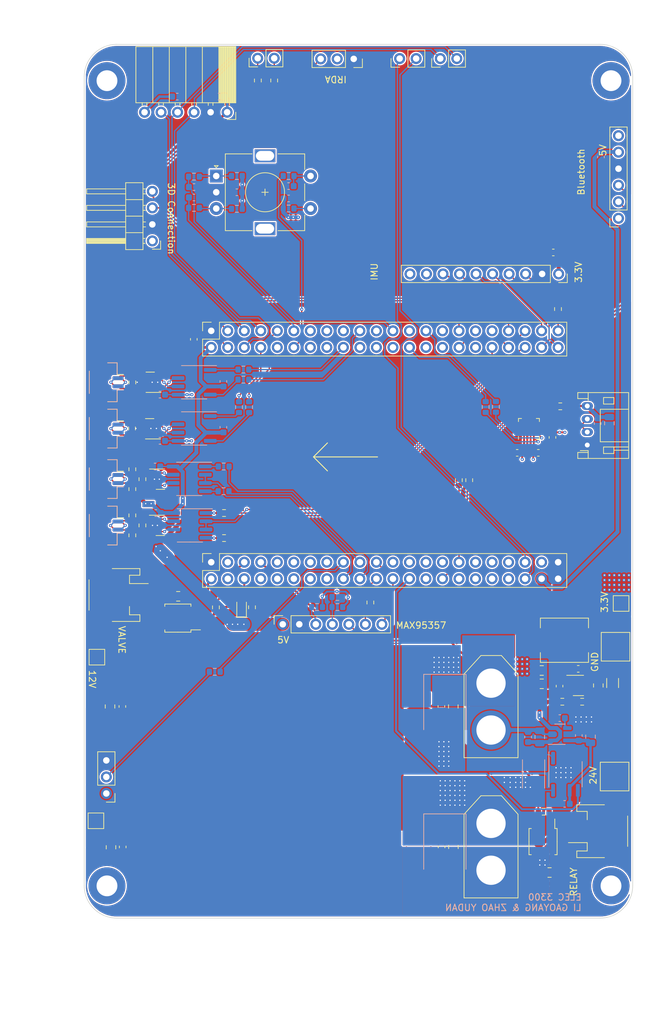
<source format=kicad_pcb>
(kicad_pcb (version 20221018) (generator pcbnew)
  (layers (0 "F.Cu" signal) (1 "In1.Cu" signal) (2 "In2.Cu" signal) (31 "B.Cu" signal) (34 "B.Paste" user) (35 "F.Paste" user) (36 "B.SilkS" user "B.Silkscreen") (37 "F.SilkS" user "F.Silkscreen") (38 "B.Mask" user) (39 "F.Mask" user) (44 "Edge.Cuts" user))
  (net 0 "")
  (net 1 "VBUS")
  (net 2 "GND")
  (net 3 "+3.3V")
  (net 4 "/24V_IN")
  (net 5 "+5V")
  (net 6 "Net-(U2-BP)")
  (net 7 "Net-(U3-BS)")
  (net 8 "Net-(U3-SW)")
  (net 9 "/WS2812B_5V")
  (net 10 "+12V")
  (net 11 "/INA240_3.3V")
  (net 12 "/ENCODER_A")
  (net 13 "/ENCODER_B")
  (net 14 "Net-(D1-K)")
  (net 15 "/B-_1")
  (net 16 "/A+_1")
  (net 17 "/B-_2")
  (net 18 "/A+_2")
  (net 19 "/CAN1_H")
  (net 20 "/CAN1_L")
  (net 21 "/CAN2_H")
  (net 22 "/CAN2_L")
  (net 23 "+24V")
  (net 24 "/Mini_PC_D+")
  (net 25 "/Mini_PC_D-")
  (net 26 "/UART8_TX_Irda")
  (net 27 "/UART8_RX_Irda")
  (net 28 "/CAN2_TX")
  (net 29 "/CAN2_RX")
  (net 32 "/CAN1_TX")
  (net 33 "/CAN1_RX")
  (net 36 "/Mini_PC_RX_USART1")
  (net 37 "/Mini_PC_TX_USART1")
  (net 40 "/3DConn_USART6_RX")
  (net 41 "/3DConn_USART6_TX")
  (net 44 "/RS-485_2_USART3_DE")
  (net 45 "/IMU_INT")
  (net 46 "/IMU_RST")
  (net 47 "/RS-485_2_USART3_RX")
  (net 48 "/RS-485_2_USART3_TX")
  (net 49 "/IMU_SPI2_MOSI")
  (net 50 "/IMU_SPI2_MISO")
  (net 51 "/IMU_SPI2_SCK")
  (net 52 "/IMU_SPI2_CS")
  (net 55 "/TIM15_CH1")
  (net 56 "/RELAY")
  (net 57 "/VALVE")
  (net 65 "/WS2812B_UART4_TX")
  (net 66 "/RS-485_1_USART2_DE")
  (net 67 "/RS-485_1_USART2_TX")
  (net 68 "/RS-485_1_USART2_RX")
  (net 69 "/I2S_WS")
  (net 70 "/I2S_CK")
  (net 71 "/I2S_SD")
  (net 72 "/ADC")
  (net 75 "/UART7_RX")
  (net 76 "/UART7_TX")
  (net 81 "/I2C2_SCL")
  (net 82 "/I2C2_SDA")
  (net 85 "Net-(J14-Pin_1)")
  (net 86 "Net-(J16-Pin_3)")
  (net 87 "Net-(J16-Pin_4)")
  (net 88 "Net-(J16-Pin_6)")
  (net 89 "Net-(J19-Pin_1)")
  (net 90 "Net-(J19-Pin_2)")
  (net 91 "Net-(J20-Pin_2)")
  (net 92 "Net-(J24-Pin_2)")
  (net 93 "Net-(U1-VBUS)")
  (net 94 "Net-(U1-TXD)")
  (net 95 "Net-(U1-RXD)")
  (net 96 "Net-(U3-FB)")
  (net 97 "Net-(U4-RO)")
  (net 98 "Net-(U4-DI)")
  (net 99 "Net-(U5-RO)")
  (net 100 "Net-(U5-DI)")
  (net 101 "Net-(R13-Pad2)")
  (net 102 "Net-(R14-Pad2)")
  (net 103 "Net-(U8-TXD)")
  (net 104 "Net-(U8-RXD)")
  (net 105 "Net-(U9-TXD)")
  (net 106 "Net-(U9-RXD)")
  (net 128 "/ENCODER_K")
  (net 130 "Net-(C31-Pad1)")
  (net 131 "/DSTS_INT")
  (net 132 "/I2C1_SCL")
  (net 133 "/I2C1_SDA")
  (net 136 "Net-(J12-Pin_3)")
  (net 139 "Net-(J13-Pin_1)")
  (net 141 "Net-(J20-Pin_3)")
  (net 143 "Net-(R21-Pad1)")
  (net 144 "Net-(R28-Pad2)")
  (net 145 "Net-(R29-Pad2)")
  (footprint "Connector_PinSocket_2.54mm:PinSocket_1x10_P2.54mm_Vertical" (layer "F.Cu") (at 123.2 62.15 -90)
    (fp_text reference "J12" hide)
    (fp_text value "IMU")
  )
  (footprint "Resistor_SMD:R_0603_1608Metric" (layer "F.Cu") (at 71.75 98.9 180)
    (fp_text reference "R8" hide)
    (fp_text value "100")
  )
  (footprint "Connector_PinSocket_2.54mm:PinSocket_2x22_P2.54mm_Vertical" (layer "F.Cu") (at 69.78 70.9 90)
    (fp_text reference "J2" hide)
    (fp_text value "P1")
  )
  (footprint "Capacitor_SMD:C_0805_2012Metric" (layer "F.Cu") (at 54.368 150.27 90)
    (fp_text reference "C22" hide)
    (fp_text value "22u")
  )
  (footprint "Connector_JST:JST_PH_S2B-PH-SM4-TB_1x02-1MP_P2.00mm_Horizontal" (layer "F.Cu") (at 55.5 111.5 -90)
    (fp_text reference "J14" hide)
    (fp_text value "VALVE")
  )
  (footprint "Resistor_SMD:R_0603_1608Metric" (layer "F.Cu") (at 57.65 92.175 90)
    (fp_text reference "R18" hide)
    (fp_text value "4.7k")
  )
  (footprint "lib:CH343P" (layer "F.Cu") (at 118.63 85.98 90)
    (fp_text reference "U1" hide)
    (fp_text value "ch343p" hide)
  )
  (footprint "Connector_JST:JST_PH_S4B-PH-K_1x04_P2.00mm_Horizontal" (layer "F.Cu") (at 127.6 88.45 90)
    (fp_text reference "J1" hide)
    (fp_text value "Mini PC")
  )
  (footprint "Resistor_SMD:R_0603_1608Metric" (layer "F.Cu") (at 79.46 32.42 -90)
    (fp_text reference "R38" hide)
    (fp_text value "220")
  )
  (footprint "Resistor_SMD:R_0603_1608Metric" (layer "F.Cu") (at 126.8125 127.9)
    (fp_text reference "R5" hide)
    (fp_text value "10.2k")
  )
  (footprint "Capacitor_SMD:C_0805_2012Metric" (layer "F.Cu") (at 107.018 150.22 90)
    (fp_text reference "C8" hide)
    (fp_text value "22u")
  )
  (footprint "LED_SMD:LED_0603_1608Metric" (layer "F.Cu") (at 74.45 113.4 90)
    (fp_text reference "D1" hide)
    (fp_text value "LED")
  )
  (footprint "Resistor_SMD:R_0603_1608Metric" (layer "F.Cu") (at 94.25 112.65 -90)
    (fp_text reference "R35" hide)
    (fp_text value "22")
  )
  (footprint "Connector_PinSocket_2.54mm:PinSocket_1x06_P2.54mm_Vertical" (layer "F.Cu") (at 132.4 53.6 180)
    (fp_text reference "J20" hide)
    (fp_text value "Bluetooth")
  )
  (footprint "Capacitor_SMD:C_0603_1608Metric" (layer "F.Cu") (at 105.2 150.22 90)
    (fp_text reference "C12" hide)
    (fp_text value "100n")
  )
  (footprint "Resistor_SMD:R_0603_1608Metric" (layer "F.Cu") (at 57.65 102.325 90)
    (fp_text reference "R19" hide)
    (fp_text value "4.7k")
  )
  (footprint "TestPoint:TestPoint_Pad_4.0x4.0mm" (layer "F.Cu") (at 131.8 139.4)
    (fp_text reference "J26" hide)
    (fp_text value "24V")
  )
  (footprint "Connector_PinSocket_2.54mm:PinSocket_1x07_P2.54mm_Vertical" (layer "F.Cu") (at 80.78 116 90)
    (fp_text reference "J16" hide)
    (fp_text value "MAX95357")
  )
  (footprint "Capacitor_SMD:C_0603_1608Metric" (layer "F.Cu") (at 105.168 128.63 90)
    (fp_text reference "C11" hide)
    (fp_text value "100n")
  )
  (footprint "Capacitor_SMD:C_0603_1608Metric" (layer "F.Cu") (at 120.075 89.65)
    (fp_text reference "C5" hide)
    (fp_text value "100n")
  )
  (footprint "Resistor_SMD:R_0603_1608Metric" (layer "F.Cu") (at 76.05 113.3875 -90)
    (fp_text reference "R10" hide)
    (fp_text value "10k")
  )
  (footprint "Capacitor_SMD:C_0603_1608Metric" (layer "F.Cu") (at 122.25 87.275 -90)
    (fp_text reference "C13" hide)
    (fp_text value "100n")
  )
  (footprint "Resistor_SMD:R_0603_1608Metric" (layer "F.Cu") (at 70.5 113.4 -90)
    (fp_text reference "R29" hide)
    (fp_text value "500")
  )
  (footprint "TestPoint:TestPoint_Pad_2.0x2.0mm" (layer "F.Cu") (at 132.8 112.8)
    (fp_text reference "J29" hide)
    (fp_text value "3.3V")
  )
  (footprint "Resistor_SMD:R_0603_1608Metric" (layer "F.Cu") (at 123.1 67.55 90)
    (fp_text reference "R23" hide)
    (fp_text value "100")
  )
  (footprint "Connector_AMASS:AMASS_XT60-M_1x02_P7.20mm_Vertical" (layer "F.Cu") (at 112.8 146.6 -90)
    (fp_text reference "J23" hide)
    (fp_text value "XT60_PWR_IN")
  )
  (footprint "Package_TO_SOT_SMD:SOT-23" (layer "F.Cu") (at 61.9625 93.7)
    (fp_text reference "D2" hide)
    (fp_text value "SM712")
  )
  (footprint "Resistor_SMD:R_0603_1608Metric" (layer "F.Cu") (at 123.7625 127.9)
    (fp_text reference "R4" hide)
    (fp_text value "53.6k")
  )
  (footprint "Connector_PinHeader_2.54mm:PinHeader_1x04_P2.54mm_Horizontal" (layer "F.Cu") (at 60.725 57.08 180)
    (fp_text reference "J11" hide)
    (fp_text value "3dConnection")
  )
  (footprint "Resistor_SMD:R_0603_1608Metric" (layer "F.Cu") (at 120.9 144.8)
    (fp_text reference "R28" hide)
    (fp_text value "500")
  )
  (footprint "Connector_PinSocket_2.54mm:PinSocket_2x22_P2.54mm_Vertical" (layer "F.Cu") (at 69.78 106.46 90)
    (fp_text reference "J3" hide)
    (fp_text value "P2")
  )
  (footprint "Capacitor_SMD:C_0603_1608Metric" (layer "F.Cu") (at 123.3375 125.5 -90)
    (fp_text reference "C24" hide)
    (fp_text value "20p")
  )
  (footprint "Package_TO_SOT_SMD:SOT-23" (layer "F.Cu") (at 61.9375 100.8)
    (fp_text reference "D3" hide)
    (fp_text value "SM712")
  )
  (footprint "Resistor_SMD:R_0603_1608Metric" (layer "F.Cu") (at 109.45 93.85 -90)
    (fp_text reference "R40" hide)
    (fp_text value "220")
  )
  (footprint "Resistor_SMD:R_0603_1608Metric" (layer "F.Cu") (at 59.2 100.8 -90)
    (fp_text reference "R12" hide)
    (fp_text value "120")
  )
  (footprint "Connector_JST:JST_GH_SM02B-GHS-TB_1x02-1MP_P1.25mm_Horizontal" (layer "F.Cu") (at 53.6 78.8 -90)
    (fp_text reference "J21" hide)
    (fp_text value "CAN1")
  )
  (footprint "Connector_JST:JST_GH_SM02B-GHS-TB_1x02-1MP_P1.25mm_Horizontal" (layer "F.Cu") (at 53.6 100.825 -90)
    (fp_text reference "J8" hide)
    (fp_text value "RS-485_2")
  )
  (footprint "Package_TO_SOT_SMD:SOT-23" (layer "F.Cu") (at 60.3125 85.95 180)
    (fp_text reference "D5" hide)
    (fp_text value "NUP2105L")
  )
  (footprint "Capacitor_SMD:C_0603_1608Metric" (layer "F.Cu") (at 126.2125 122.85)
    (fp_text reference "C15" hide)
    (fp_text value "100n")
  )
  (footprint "Connector_AMASS:AMASS_XT60-F_1x02_P7.20mm_Vertical" (layer "F.Cu") (at 112.8 125.05 -90)
    (fp_text reference "J25" hide)
    (fp_text value "XT60_PWR_OUT")
  )
  (footprint "Connector_PinHeader_2.54mm:PinHeader_1x02_P2.54mm_Vertical" (layer "F.Cu") (at 98.75 29.05 90)
    (fp_text reference "J18" hide)
    (fp_text value "I2C2")
  )
  (footprint "Connector_PinHeader_2.54mm:PinHeader_1x02_P2.54mm_Vertical" (layer "F.Cu") (at 76.925 29 90)
    (fp_text reference "J19" hide)
    (fp_text value "UART8")
  )
  (footprint "lib:24V Buck" (layer "F.Cu") (at 80.632 150.25 180)
    (fp_text reference "J4" hide)
    (fp_text value "5V Module")
  )
  (footprint "Rotary_Encoder:RotaryEncoder_Alps_EC11E-Switch_Vertical_H20mm" (layer "F.Cu") (at 70.55 47.1)
    (fp_text reference "SW1" hide)
    (fp_text value "RotaryEncoder_Switch")
  )
  (footprint "Capacitor_SMD:C_0603_1608Metric" (layer "F.Cu") (at 122.375 58.85)
    (fp_text reference "C34" hide)
    (fp_text value "100n")
  )
  (footprint "Package_TO_SOT_SMD:SOT-23-6" (layer "F.Cu") (at 126.2375 125.4)
    (fp_text reference "U3" hide)
    (fp_text value "RY8411")
  )
  (footprint "Capacitor_SMD:C_0805_2012Metric" (layer "F.Cu") (at 121.8 154.15 180)
    (fp_text reference "C35" hide)
    (fp_text value "22u")
  )
  (footprint "Capacitor_SMD:C_0805_2012Metric" (layer "F.Cu") (at 129.3 125.4 90)
    (fp_text reference "C6" hide)
    (fp_text value "22u")
  )
  (footprint "Resistor_SMD:R_0603_1608Metric" (layer "F.Cu") (at 59.2 93.7 -90)
    (fp_text reference "R11" hide)
    (fp_text value "120")
  )
  (footprint "Package_SO:SOP-4_3.8x4.1mm_P2.54mm" (layer "F.Cu") (at 64.65 115.05 180)
    (fp_text reference "U7" hide)
    (fp_text value "CPC1019N")
  )
  (footprint "Resistor_SMD:R_0603_1608Metric" (layer "F.Cu") (at 71.75 102.75 180)
    (fp_text reference "R9" hide)
    (fp_text value "100")
  )
  (footprint "Resistor_SMD:R_0603_1608Metric" (layer "F.Cu") (at 123.45 82.5)
    (fp_text reference "R1" hide)
    (fp_text value "330")
  )
  (footprint "Capacitor_SMD:C_0603_1608Metric" (layer "F.Cu") (at 56.168 150.22 90)
    (fp_text reference "C16" hide)
    (fp_text value "100n")
  )
  (footprint "Capacitor_SMD:C_0805_2012Metric" (layer "F.Cu") (at 64.7 111.7)
    (fp_text reference "C36" hide)
    (fp_text value "22u")
  )
  (footprint "Capacitor_SMD:C_0805_2012Metric" (layer "F.Cu") (at 107 128.63 90)
    (fp_text reference "C7" hide)
    (fp_text value "22u")
  )
  (footprint "Package_SO:SOP-4_3.8x4.1mm_P2.54mm" (layer "F.Cu") (at 120.8 149.4 -90)
    (fp_text reference "U6" hide)
    (fp_text value "CPC1019N")
  )
  (footprint "Capacitor_SMD:C_1206_3216Metric" (layer "F.Cu") (at 131.5 125.025 90)
    (fp_text reference "C4" hide)
    (fp_text value "47u")
  )
  (footprint "Resistor_SMD:R_0603_1608Metric" (layer "F.Cu") (at 107.85 93.85 -90)
    (fp_text reference "R39" hide)
    (fp_text value "220")
  )
  (footprint "Inductor_SMD:L_Abracon_ASPI-0630LR" (layer "F.Cu") (at 124.0875 118.45 180)
    (fp_text reference "L1" hide)
    (fp_text value "4.7u")
  )
  (footprint "Connector_JST:JST_PH_S2B-PH-SM4-TB_1x02-1MP_P2.00mm_Horizontal" (layer "F.Cu") (at 129.3 147.8 90)
    (fp_text reference "J13" hide)
    (fp_text value "RELAY")
  )
  (footprint "Capacitor_SMD:C_0805_2012Metric" (layer "F.Cu") (at 54.218 128.63 90)
    (fp_text reference "C23" hide)
    (fp_text value "22u")
  )
  (footprint "Capacitor_SMD:C_0603_1608Metric" (layer "F.Cu") (at 116.825 89.65 180)
    (fp_text reference "C3" hide)
    (fp_text value "100n")
  )
  (footprint "Connector_JST:JST_GH_SM02B-GHS-TB_1x02-1MP_P1.25mm_Horizontal" (layer "F.Cu") (at 53.6 85.925 -90)
    (fp_text reference "J32" hide)
    (fp_text value "CAN2")
  )
  (footprint "TestPoint:TestPoint_Pad_4.0x4.0mm" (layer "F.Cu") (at 131.95 119.45)
    (fp_text reference "J30" hide)
    (fp_text value "GND")
  )
  (footprint "Capacitor_SMD:C_0603_1608Metric" (layer "F.Cu") (at 56.118 128.63 90)
    (fp_text reference "C17" hide)
    (fp_text value "100n")
  )
  (footprint "lib:24V Buck" (layer "F.Cu") (at 80.618 128.63 180)
    (fp_text reference "J5" hide)
    (fp_text value "12V Module")
  )
  (footprint "Package_TO_SOT_SMD:SOT-23" (layer "F.Cu") (at 60.4 78.8 180)
    (fp_text reference "D4" hide)
    (fp_text value "NUP2105L")
  )
  (footprint "MountingHole:MountingHole_3.2mm_M3_ISO7380_Pad" (layer "F.Cu") (at 53.75 156.2)
    (fp_text reference "H3" hide)
    (fp_text value "MountingHole")
  )
  (footprint "Connector_PinHeader_2.54mm:PinHeader_1x03_P2.54mm_Vertical" (layer "F.Cu") (at 53.65 142 180)
    (fp_text reference "J24" hide)
    (fp_text value "WS2812B")
  )
  (footprint "Connector_JST:JST_GH_SM02B-GHS-TB_1x02-1MP_P1.25mm_Horizontal" (layer "F.Cu") (at 53.6 93.675 -90)
    (fp_text reference "J6" hide)
    (fp_text value "RS-485_1")
  )
  (footprint "TestPoint:TestPoint_Pad_2.0x2.0mm" (layer "F.Cu") (at 52.2 121.05)
    (fp_text reference "J27" hide)
    (fp_text value "12V")
  )
  (footprint "Capacitor_SMD:C_0805_2012Metric" (layer "F.Cu") (at 120.6 123.1 180)
    (fp_text reference "C26" hide)
    (fp_text value "22u")
  )
  (footprint "TestPoint:TestPoint_Pad_2.0x2.0mm" (layer "F.Cu") (at 52.05 146.2)
    (fp_text reference "J28" hide)
    (fp_text value "5V")
  )
  (footprint "Resistor_SMD:R_0603_1608Metric" (layer "F.Cu") (at 57.65 95.225 90)
    (fp_text reference "R17" hide)
    (fp_text value "4.7k")
  )
  (footprint "MountingHole:MountingHole_3.2mm_M3_ISO7380_Pad" (layer "F.Cu") (at 131.25 156.2)
    (fp_text reference "H4" hide)
    (fp_text value "MountingHole")
  )
  (footprint "Resistor_SMD:R_0603_1608Metric" (layer "F.Cu") (at 76.95 32.42 -90)
    (fp_text reference "R37" hide)
    (fp_text value "220")
  )
  (footprint "Connector_PinSocket_2.54mm:PinSocket_1x03_P2.54mm_Vertical" (layer "F.Cu") (at 91.69 29.1 -90)
    (fp_text reference "J10" hide)
    (fp_text value "Irda")
  )
  (footprint "Capacitor_SMD:C_0603_1608Metric" (layer "F.Cu") (at 67.1 72.2 90)
    (fp_text reference "C37" hide)
    (fp_text value "100n")
  )
  (footprint "MountingHole:MountingHole_3.2mm_M3_ISO7380_Pad" (layer "F.Cu") (at 131.25 32.45)
    (fp_text reference "H2" hide)
    (fp_text value "MountingHole")
  )
  (footprint "Resistor_SMD:R_0603_1608Metric" (layer "F.Cu") (at 57.65 99.26 90)
    (fp_text reference "R20" hide)
    (fp_text value "4.7k")
  )
  (footprint "MountingHole:MountingHole_3.2mm_M3_ISO7380_Pad" (layer "F.Cu") (at 53.75 32.45)
    (fp_text reference "H1" hide)
    (fp_text value "MountingHole")
  )
  (footprint "Connector_PinSocket_2.54mm:PinSocket_1x06_P2.54mm_Horizontal" (layer "F.Cu") (at 72.225 37.3 -90)
    (fp_text reference "J15" hide)
    (fp_text value "Distance_Sensor")
  )
  (footprint "Resistor_SMD:R_0603_1608Metric" (layer "F.Cu") (at 57.6 85.9 90)
    (fp_text reference "R32" hide)
    (fp_text value "120")
  )
  (footprint "Capacitor_SMD:C_0805_2012Metric" (layer "F.Cu") (at 120.6 125.15 180)
    (fp_text reference "C25" hide)
    (fp_text value "22u")
  )
  (footprint "Resistor_SMD:R_0603_1608Metric" (layer "F.Cu") (at 57.65 78.825 90)
    (fp_text reference "R31" hide)
    (fp_text value "120")
  )
  (footprint "Connector_PinHeader_2.54mm:PinHeader_1x02_P2.54mm_Vertical" (layer "F.Cu") (at 105 29.05 90)
    (fp_text reference "J17" hide)
    (fp_text value "I2C1")
  )
  (footprint "Resistor_SMD:R_0603_1608Metric" (layer "B.Cu") (at 89.175 111.8 180)
    (fp_text reference "R30" hide)
    (fp_text value "100k")
  )
  (footprint "Connector_JST:JST_GH_SM02B-GHS-TB_1x02-1MP_P1.25mm_Horizontal" (layer "B.Cu") (at 53.6 100.825 90)
    (fp_text reference "J9" hide)
    (fp_text value "RS-485_2")
  )
  (footprint "Resistor_SMD:R_0603_1608Metric" (layer "B.Cu") (at 67.125 47.2)
    (fp_text reference "R13" hide)
    (fp_text value "10k")
  )
  (footprint "Capacitor_SMD:C_0603_1608Metric" (layer "B.Cu") (at 129.7 44.175 -90)
    (fp_text reference "C43" hide)
    (fp_text value "100n")
  )
  (footprint "Capacitor_SMD:C_0603_1608Metric" (layer "B.Cu") (at 71.65 78.675 90)
    (fp_text reference "C38" hide)
    (fp_text value "100n")
  )
  (footprint "Capacitor_SMD:C_0603_1608Metric" (layer "B.Cu") (at 81.675 50.55 180)
    (fp_text reference "C30" hide)
    (fp_text value "100n")
  )
  (footprint "Capacitor_SMD:C_0603_1608Metric" (layer "B.Cu") (at 124.125 143.6 180)
    (fp_text reference "C40" hide)
    (fp_text value "100n")
  )
  (footprint "Package_SO:SOIC-8_3.9x4.9mm_P1.27mm" (layer "B.Cu") (at 66.5 100.8 180)
    (fp_text reference "U5" hide)
    (fp_text value "SN75176BDR")
  )
  (footprint "Resistor_SMD:R_0603_1608Metric" (layer "B.Cu") (at 70.325 123.3)
    (fp_text reference "R41" hide)
    (fp_text value "220")
  )
  (footprint "Capacitor_SMD:C_0603_1608Metric" (layer "B.Cu") (at 67.125 48.8 180)
    (fp_text reference "C27" hide)
    (fp_text value "10n")
  )
  (footprint "Resistor_SMD:R_0603_1608Metric" (layer "B.Cu") (at 74.725 78.4)
    (fp_text reference "R25" hide)
    (fp_text value "4.7k")
  )
  (footprint "Resistor_SMD:R_0603_1608Metric" (layer "B.Cu") (at 75.6 82.625 90)
    (fp_text reference "R27" hide)
    (fp_text value "4.7k")
  )
  (footprint "Resistor_SMD:R_2512_6332Metric" (layer "B.Cu") (at 119.35 139 90)
    (fp_text reference "R36" hide)
    (fp_text value "4m")
  )
  (footprint "Capacitor_SMD:C_0603_1608Metric" (layer "B.Cu") (at 61.9 80.7 180)
    (fp_text reference "C41" hide)
    (fp_text value "100n")
  )
  (footprint "Resistor_SMD:R_0603_1608Metric" (layer "B.Cu") (at 74.725 76.85)
    (fp_text reference "R24" hide)
    (fp_text value "4.7k")
  )
  (footprint "Resistor_SMD:R_0603_1608Metric" (layer "B.Cu") (at 81.675 52.1 180)
    (fp_text reference "R21" hide)
    (fp_text value "10k")
  )
  (footprint "Capacitor_SMD:C_0603_1608Metric" (layer "B.Cu") (at 61.25 98.9 180)
    (fp_text reference "C19" hide)
    (fp_text value "100n")
  )
  (footprint "Connector_JST:JST_GH_SM02B-GHS-TB_1x02-1MP_P1.25mm_Horizontal" (layer "B.Cu") (at 53.6 93.675 90)
    (fp_text reference "J7" hide)
    (fp_text value "RS-485_1")
  )
  (footprint "Capacitor_SMD:C_0603_1608Metric" (layer "B.Cu") (at 73.725 49.6)
    (fp_text reference "C29" hide)
    (fp_text value "100n")
  )
  (footprint "Capacitor_SMD:C_0805_2012Metric" (layer "B.Cu") (at 131 85.1 -90)
    (fp_text reference "C2" hide)
    (fp_text value "10u")
  )
  (footprint "Resistor_SMD:R_0603_1608Metric" (layer "B.Cu") (at 71.675 95.55 180)
    (fp_text reference "R7" hide)
    (fp_text value "100")
  )
  (footprint "Resistor_SMD:R_0603_1608Metric" (layer "B.Cu") (at 67.125 52)
    (fp_text reference "R14" hide)
    (fp_text value "10k")
  )
  (footprint "Diode_SMD:D_SMC" (layer "B.Cu") (at 105.7 128.6 -90)
    (fp_text reference "D6" hide)
    (fp_text value "D_TVS")
  )
  (footprint "Resistor_SMD:R_0603_1608Metric" (layer "B.Cu") (at 111.975 82.6 90)
    (fp_text reference "R2" hide)
    (fp_text value "330")
  )
  (footprint "Capacitor_SMD:C_0603_1608Metric" (layer "B.Cu") (at 61.15 91.75 180)
    (fp_text reference "C20" hide)
    (fp_text value "100n")
  )
  (footprint "Resistor_SMD:R_0603_1608Metric" (layer "B.Cu") (at 73.725 47.1)
    (fp_text reference "R15" hide)
    (fp_text value "10k")
  )
  (footprint "Capacitor_SMD:C_0603_1608Metric" (layer "B.Cu") (at 61.9 87.8 180)
    (fp_text reference "C42" hide)
    (fp_text value "100n")
  )
  (footprint "Package_TO_SOT_SMD:SOT-23-5" (layer "B.Cu") (at 123.4 132.9)
    (fp_text reference "U2" hide)
    (fp_text value "RS3236")
  )
  (footprint "Package_SO:SOIC-8_3.9x4.9mm_P1.27mm" (layer "B.Cu") (at 67.15 78.8 180)
    (fp_text reference "U8" hide)
    (fp_text value "TJA1042T-3")
  )
  (footprint "Resistor_SMD:R_0603_1608Metric" (layer "B.Cu") (at 89.175 113.35 180)
    (fp_text reference "R33" hide)
    (fp_text value "100k")
  )
  (footprint "Capacitor_SMD:C_0603_1608Metric" (layer "B.Cu") (at 123.375 130.42 180)
    (fp_text reference "C14" hide)
    (fp_text value "10n")
  )
  (footprint "Capacitor_SMD:C_0603_1608Metric" (layer "B.Cu") (at 67.125 50.4)
    (fp_text reference "C28" hide)
    (fp_text value "10n")
  )
  (footprint "Resistor_SMD:R_0603_1608Metric" (layer "B.Cu") (at 74.05 82.625 90)
    (fp_text reference "R26" hide)
    (fp_text value "4.7k")
  )
  (footprint "Capacitor_SMD:C_0603_1608Metric" (layer "B.Cu") (at 71.65 85.725 90)
    (fp_text reference "C39" hide)
    (fp_text value "100n")
  )
  (footprint "Capacitor_SMD:C_0603_1608Metric" (layer "B.Cu") (at 81.675 48.65 180)
    (fp_text reference "C31" hide)
    (fp_text value "10u")
  )
  (footprint "Package_SO:SOIC-8_3.9x4.9mm_P1.27mm" (layer "B.Cu") (at 67.15 85.9 180)
    (fp_text reference "U9" hide)
    (fp_text value "TJA1042T-3")
  )
  (footprint "Connector_JST:JST_GH_SM02B-GHS-TB_1x02-1MP_P1.25mm_Horizontal" (layer "B.Cu") (at 53.6 78.8 90)
    (fp_text reference "J31" hide)
    (fp_text value "CAN1")
  )
  (footprint "Package_SO:SOIC-8_3.9x4.9mm_P1.27mm" (layer "B.Cu") (at 66.4 93.65 180)
    (fp_text reference "U4" hide)
    (fp_text value "SN75176BDR")
  )
  (footprint "Capacitor_SMD:C_0603_1608Metric" (layer "B.Cu") (at 118.5 133.32 90)
    (fp_text reference "C10" hide)
    (fp_text value "100n")
  )
  (footprint "Package_SO:SOIC-8_3.9x4.9mm_P1.27mm" (layer "B.Cu") (at 124.25 139.05 -90)
    (fp_text reference "U10" hide)
    (fp_text value "INA240A1D")
  )
  (footprint "Capacitor_SMD:C_0805_2012Metric" (layer "B.Cu") (at 128.1 133.27 90)
    (fp_text reference "C21" hide)
    (fp_text value "10u")
  )
  (footprint "Connector_JST:JST_GH_SM02B-GHS-TB_1x02-1MP_P1.25mm_Horizontal" (layer "B.Cu") (at 53.6 85.925 90)
    (fp_text reference "J22" hide)
    (fp_text value "CAN2")
  )
  (footprint "Resistor_SMD:R_0603_1608Metric" (layer "B.Cu") (at 71.7 91.75 180)
    (fp_text reference "R6" hide)
    (fp_text value "100")
  )
  (footprint "Capacitor_SMD:C_0603_1608Metric" (layer "B.Cu") (at 129.2 85.15 -90)
    (fp_text reference "C1" hide)
    (fp_text value "100n")
  )
  (footprint "Resistor_SMD:R_0603_1608Metric" (layer "B.Cu") (at 73.725 52.15)
    (fp_text reference "R16" hide)
    (fp_text value "10k")
  )
  (footprint "Resistor_SMD:R_0603_1608Metric" (layer "B.Cu") (at 113.55 82.575 90)
    (fp_text reference "R3" hide)
    (fp_text value "330")
  )
  (footprint "Resistor_SMD:R_0603_1608Metric" (layer "B.Cu") (at 81.675 47.1 180)
    (fp_text reference "R22" hide)
    (fp_text value "10k")
  )
  (footprint "Capacitor_SMD:C_0603_1608Metric" (layer "B.Cu") (at 64.55 34.9 180)
    (fp_text reference "C33" hide)
    (fp_text value "100n")
  )
  (footprint "Capacitor_SMD:C_0603_1608Metric" (layer "B.Cu") (at 126.3 133.095 90)
    (fp_text reference "C18" hide)
    (fp_text value "100n")
  )
  (footprint "Capacitor_SMD:C_0805_2012Metric" (layer "B.Cu") (at 120.3 133.32 90)
    (fp_text reference "C9" hide)
    (fp_text value "10u")
  )
  (footprint "Diode_SMD:D_SMC" (layer "B.Cu") (at 105.7 150.05 -90)
    (fp_text reference "D7" hide)
    (fp_text value "D_TVS")
  )
  (footprint "Resistor_SMD:R_0603_1608Metric" (layer "B.Cu") (at 86.05 113.35 180)
    (fp_text reference "R34" hide)
    (fp_text value "634k")
  )
  (footprint "Capacitor_SMD:C_0603_1608Metric" (layer "B.Cu") (at 71 34.9 180)
    (fp_text reference "C32" hide)
    (fp_text value "100n")
  )
  (gr_line (start 85.5 90.275) (end 87.65 92.425) (stroke (width 0.15)) (layer "F.SilkS"))
  (gr_line (start 95.35 90.275) (end 85.55 90.275) (stroke (width 0.15)) (layer "F.SilkS"))
  (gr_line (start 87.65 88.125) (end 85.5 90.275) (stroke (width 0.15)) (layer "F.SilkS"))
  (gr_line (start 50.25 156.15) (end 50.25 31.87) (stroke (width 0.1)) (layer "Edge.Cuts"))
  (gr_arc (start 134.59 156.15) (mid 133.125534 159.685534) (end 129.59 161.15) (stroke (width 0.1)) (layer "Edge.Cuts"))
  (gr_line (start 55.25 26.87) (end 129.59 26.87) (stroke (width 0.1)) (layer "Edge.Cuts"))
  (gr_line (start 129.59 161.15) (end 55.25 161.15) (stroke (width 0.1)) (layer "Edge.Cuts"))
  (gr_arc (start 55.25 161.15) (mid 51.714466 159.685534) (end 50.25 156.15) (stroke (width 0.1)) (layer "Edge.Cuts"))
  (gr_arc (start 129.59 26.87) (mid 133.125534 28.334466) (end 134.59 31.87) (stroke (width 0.1)) (layer "Edge.Cuts"))
  (gr_line (start 134.59 31.87) (end 134.59 156.15) (stroke (width 0.1)) (layer "Edge.Cuts"))
  (gr_arc (start 50.25 31.87) (mid 51.714466 28.334466) (end 55.25 26.87) (stroke (width 0.1)) (layer "Edge.Cuts"))
  (gr_text "ELEC 3300 \nLI GAOYANG & ZHAO YUDAN" (at 126.8 158.75) (layer "B.SilkS") (effects (font (size 1 1)) (justify left mirror)))
  (gr_text "Bluetooth" (at 127.25 50.15 90) (layer "F.SilkS") (effects (font (size 1 1)) (justify left bottom)))
  (gr_text "RELAY" (at 126.1 157.9 90) (layer "F.SilkS") (effects (font (size 1 1)) (justify left bottom)))
  (gr_text "3.3V" (at 126.85 63.6 90) (layer "F.SilkS") (effects (font (size 1 1)) (justify left bottom)))
  (gr_text "VALVE" (at 55.45 116.15 -90) (layer "F.SilkS") (effects (font (size 1 1)) (justify left bottom)))
  (gr_text "3D Connection" (at 63.05 48.05 270) (layer "F.SilkS") (effects (font (size 1 1)) (justify left bottom)))
  (gr_text "GND" (at 129.35 123.4 90) (layer "F.SilkS") (effects (font (size 1 1)) (justify left bottom)))
  (gr_text "MAX95357" (at 98.1 116.75) (layer "F.SilkS") (effects (font (size 1 1)) (justify left bottom)))
  (gr_text "5V" (at 130.6 44.15 90) (layer "F.SilkS") (effects (font (size 1 1)) (justify left bottom)))
  (gr_text "12V" (at 50.9 122.95 -90) (layer "F.SilkS") (effects (font (size 1 1)) (justify left bottom)))
  (gr_text "IMU" (at 95.45 63.25 90) (layer "F.SilkS") (effects (font (size 1 1)) (justify left bottom)))
  (gr_text "24V\n" (at 129.1 140.7 90) (layer "F.SilkS") (effects (font (size 1 1)) (justify left bottom)))
  (gr_text "5V" (at 79.85 119) (layer "F.SilkS") (effects (font (size 1 1)) (justify left bottom)))
  (gr_text "3.3V" (at 130.85 114.3 90) (layer "F.SilkS") (effects (font (size 1 1)) (justify left bottom)))
  (gr_text "IRDA" (at 90.7 31.65 180) (layer "F.SilkS") (effects (font (size 1 1)) (justify left bottom)))
  (segment (start 124.325 82.45) (end 127.6 82.45) (width 0.3) (layer "F.Cu") (net 1))
  (segment (start 129.425 84.15) (end 129.2 84.375) (width 0.6) (layer "B.Cu") (net 1))
  (segment (start 131 84.15) (end 129.425 84.15) (width 0.6) (layer "B.Cu") (net 1))
  (segment (start 129.2 84.05) (end 127.6 82.45) (width 0.6) (layer "B.Cu") (net 1))
  (segment (start 129.2 84.375) (end 129.2 84.05) (width 0.6) (layer "B.Cu") (net 1))
  (segment (start 121.6 61.21) (end 120.66 62.15) (width 0.6) (layer "F.Cu") (net 2))
  (segment (start 119.65 122.95) (end 119.65 125) (width 0.6) (layer "F.Cu") (net 2))
  (segment (start 121.6 58.85) (end 121.6 61.21) (width 0.6) (layer "F.Cu") (net 2))
  (via (at 106.3 136.3) (size 0.5) (drill 0.2) (layers "F.Cu" "B.Cu") (net 2))
  (via (at 58.2 85.9) (size 0.5) (drill 0.2) (layers "F.Cu" "B.Cu") (net 2))
  (via (at 125.85 130.25) (size 0.5) (drill 0.2) (layers "F.Cu" "B.Cu") (net 2))
  (via (at 60.5 85.9) (size 0.5) (drill 0.2) (layers "F.Cu" "B.Cu") (net 2))
  (via (at 121.1 153) (size 0.5) (drill 0.2) (layers "F.Cu" "B.Cu") (net 2))
  (via (at 120.3 153) (size 0.5) (drill 0.2) (layers "F.Cu" "B.Cu") (net 2))
  (via (at 105.55 137.8) (size 0.5) (drill 0.2) (layers "F.Cu" "B.Cu") (net 2))
  (via (at 105.55 137.05) (size 0.5) (drill 0.2) (layers "F.Cu" "B.Cu") (net 2))
  (via (at 106.3 137.8) (size 0.5) (drill 0.2) (layers "F.Cu" "B.Cu") (net 2))
  (via (at 61.35 85.9) (size 0.5) (drill 0.2) (layers "F.Cu" "B.Cu") (net 2))
  (via (at 105.55 135.55) (size 0.5) (drill 0.2) (layers "F.Cu" "B.Cu") (net 2))
  (via (at 58.4 78.8) (size 0.5) (drill 0.2) (layers "F.Cu" "B.Cu") (net 2))
  (via (at 105.55 134.8) (size 0.5) (drill 0.2) (layers "F.Cu" "B.Cu") (net 2))
  (via (at 104.8 137.05) (size 0.5) (drill 0.2) (layers "F.Cu" "B.Cu") (net 2))
  (via (at 104.8 134.8) (size 0.5) (drill 0.2) (layers "F.Cu" "B.Cu") (net 2))
  (via (at 106.3 135.55) (size 0.5) (drill 0.2) (layers "F.Cu" "B.Cu") (net 2))
  (via (at 124.3 138.05) (size 0.5) (drill 0.2) (layers "F.Cu" "B.Cu") (net 2))
  (via (at 125.1 138.05) (size 0.5) (drill 0.2) (layers "F.Cu" "B.Cu") (net 2))
  (via (at 128.25 131) (size 0.5) (drill 0.2) (layers "F.Cu" "B.Cu") (net 2))
  (via (at 126.65 131) (size 0.5) (drill 0.2) (layers "F.Cu" "B.Cu") (net 2))
  (via (at 128.25 130.25) (size 0.5) (drill 0.2) (layers "F.Cu" "B.Cu") (net 2))
  (via (at 60.75 100.8) (size 0.5) (drill 0.2) (layers "F.Cu" "B.Cu") (net 2))
  (via (at 124.3 138.8) (size 0.5) (drill 0.2) (layers "F.Cu" "B.Cu") (net 2))
  (via (at 61.05 93.7) (size 0.5) (drill 0.2) (layers "F.Cu" "B.Cu") (net 2))
  (via (at 104.8 136.3) (size 0.5) (drill 0.2) (layers "F.Cu" "B.Cu") (net 2))
  (via (at 127.45 131) (size 0.5) (drill 0.2) (layers "F.Cu" "B.Cu") (net 2))
  (via (at 123.55 139.55) (size 0.5) (drill 0.2) (layers "F.Cu" "B.Cu") (net 2))
  (via (at 126.65 130.25) (size 0.5) (drill 0.2) (layers "F.Cu" "B.Cu") (net 2))
  (via (at 104.8 134.05) (size 0.5) (drill 0.2) (layers "F.Cu" "B.Cu") (net 2))
  (via (at 122.8 138.8) (size 0.5) (drill 0.2) (layers "F.Cu" "B.Cu") (net 2))
  (via (at 122.8 138.05) (size 0.5) (drill 0.2) (layers "F.Cu" "B.Cu") (net 2))
  (via (at 104.8 135.55) (size 0.5) (drill 0.2) (layers "F.Cu" "B.Cu") (net 2))
  (via (at 106.3 134.8) (size 0.5) (drill 0.2) (layers "F.Cu" "B.Cu") (net 2))
  (via (at 121.1 152.25) (size 0.5) (drill 0.2) (layers "F.Cu" "B.Cu") (net 2))
  (via (at 125.1 139.55) (size 0.5) (drill 0.2) (layers "F.Cu" "B.Cu") (net 2))
  (via (at 61.5 100.8) (size 0.5) (drill 0.2) (layers "F.Cu" "B.Cu") (net 2))
  (via (at 61.8 93.7) (size 0.5) (drill 0.2) (layers "F.Cu" "B.Cu") (net 2))
  (via (at 105.55 136.3) (size 0.5) (drill 0.2) (layers "F.Cu" "B.Cu") (net 2))
  (via (at 122.8 139.55) (size 0.5) (drill 0.2) (layers "F.Cu" "B.Cu") (net 2))
  (via (at 127.45 130.25) (size 0.5) (drill 0.2) (layers "F.Cu" "B.Cu") (net 2))
  (via (at 125.1 138.8) (size 0.5) (drill 0.2) (layers "F.Cu" "B.Cu") (net 2))
  (via (at 104.8 137.8) (size 0.5) (drill 0.2) (layers "F.Cu" "B.Cu") (net 2))
  (via (at 61.55 78.8) (size 0.5) (drill 0.2) (layers "F.Cu" "B.Cu") (net 2))
  (via (at 124.3 139.55) (size 0.5) (drill 0.2) (layers "F.Cu" "B.Cu") (net 2))
  (via (at 120.3 152.25) (size 0.5) (drill 0.2) (layers "F.Cu" "B.Cu") (net 2))
  (via (at 123.55 138.05) (size 0.5) (drill 0.2) (layers "F.Cu" "B.Cu") (net 2))
  (via (at 105.55 134.05) (size 0.5) (drill 0.2) (layers "F.Cu" "B.Cu") (net 2))
  (via (at 106.3 137.05) (size 0.5) (drill 0.2) (layers "F.Cu" "B.Cu") (net 2))
  (via (at 123.55 138.8) (size 0.5) (drill 0.2) (layers "F.Cu" "B.Cu") (net 2))
  (via (at 106.3 134.05) (size 0.5) (drill 0.2) (layers "F.Cu" "B.Cu") (net 2))
  (via (at 125.85 131) (size 0.5) (drill 0.2) (layers "F.Cu" "B.Cu") (net 2))
  (via (at 60.7 78.8) (size 0.5) (drill 0.2) (layers "F.Cu" "B.Cu") (net 2))
  (segment (start 120.3 132.37) (end 120.18 132.25) (width 0.6) (layer "B.Cu") (net 2))
  (segment (start 120.83 132.9) (end 120.3 132.37) (width 0.3) (layer "B.Cu") (net 2))
  (segment (start 120.18 132.25) (end 112.8 132.25) (width 0.6) (layer "B.Cu") (net 2))
  (segment (start 122.2625 132.9) (end 120.83 132.9) (width 0.3) (layer "B.Cu") (net 2))
  (segment (start 121.98 86.23) (end 122.25 86.5) (width 0.3) (layer "F.Cu") (net 3))
  (segment (start 69.3 109.48) (end 69.78 109) (width 0.3) (layer "F.Cu") (net 3))
  (segment (start 117.880002 87.63) (end 117.880002 89.519998) (width 0.3) (layer "F.Cu") (net 3))
  (segment (start 74.45 112.6125) (end 73.7375 113.325) (width 0.3) (layer "F.Cu") (net 3))
  (segment (start 117.880002 89.519998) (end 117.75 89.65) (width 0.3) (layer "F.Cu") (net 3))
  (segment (start 69.3 112.627817) (end 69.3 109.48) (width 0.3) (layer "F.Cu") (net 3))
  (segment (start 117.6 89.65) (end 117.6 90.65) (width 0.3) (layer "F.Cu") (net 3))
  (segment (start 123.2 62.15) (end 123.2 58.9) (width 0.6) (layer "F.Cu") (net 3))
  (segment (start 69.997183 113.325) (end 69.3 112.627817) (width 0.3) (layer "F.Cu") (net 3))
  (segment (start 120.28 86.23) (end 121.98 86.23) (width 0.3) (layer "F.Cu") (net 3))
  (segment (start 118.88 89.23) (end 119.3 89.65) (width 0.3) (layer "F.Cu") (net 3))
  (segment (start 124.15 86.5) (end 122.25 86.5) (width 0.3) (layer "F.Cu") (net 3))
  (segment (start 118.88 87.63) (end 118.88 89.23) (width 0.3) (layer "F.Cu") (net 3))
  (segment (start 73.7375 113.325) (end 69.997183 113.325) (width 0.3) (layer "F.Cu") (net 3))
  (segment (start 119.3 89.65) (end 119.3 90.65) (width 0.3) (layer "F.Cu") (net 3))
  (segment (start 123.2 58.9) (end 123.15 58.85) (width 0.6) (layer "F.Cu") (net 3))
  (via (at 132.5 109.95) (size 0.5) (drill 0.2) (layers "F.Cu" "B.Cu") (net 3))
  (via (at 89.1 110.95) (size 0.5) (drill 0.2) (layers "F.Cu" "B.Cu") (net 3))
  (via (at 131.75 110.7) (size 0.5) (drill 0.2) (layers "F.Cu" "B.Cu") (net 3))
  (via (at 130.25 109.2) (size 0.5) (drill 0.2) (layers "F.Cu" "B.Cu") (net 3))
  (via (at 74.55 50.9) (size 0.5) (drill 0.2) (layers "F.Cu" "B.Cu") (net 3))
  (via (at 66.8 80.7) (size 0.5) (drill 0.2) (layers "F.Cu" "B.Cu") (net 3))
  (via (at 131.75 109.2) (size 0.5) (drill 0.2) (layers "F.Cu" "B.Cu") (net 3))
  (via (at 81.65 53.45) (size 0.5) (drill 0.2) (layers "F.Cu" "B.Cu") (net 3))
  (via (at 134 110.7) (size 0.5) (drill 0.2) (layers "F.Cu" "B.Cu") (net 3))
  (via (at 134 109.2) (size 0.5) (drill 0.2) (layers "F.Cu" "B.Cu") (net 3))
  (via (at 117.6 90.65) (size 0.5) (drill 0.2) (layers "F.Cu" "B.Cu") (net 3))
  (via (at 133.25 108.45) (size 0.5) (drill 0.2) (layers "F.Cu" "B.Cu") (net 3))
  (via (at 131.75 108.45) (size 0.5) (drill 0.2) (layers "F.Cu" "B.Cu") (net 3))
  (via (at 131 108.45) (size 0.5) (drill 0.2) (layers "F.Cu" "B.Cu") (net 3))
  (via (at 132.5 109.2) (size 0.5) (drill 0.2) (layers "F.Cu" "B.Cu") (net 3))
  (via (at 131 110.7) (size 0.5) (drill 0.2) (layers "F.Cu" "B.Cu") (net 3))
  (via (at 66.75 87.8) (size 0.5) (drill 0.2) (layers "F.Cu" "B.Cu") (net 3))
  (via (at 119.3 90.65) (size 0.5) (drill 0.2) (layers "F.Cu" "B.Cu") (net 3))
  (via (at 132.5 108.45) (size 0.5) (drill 0.2) (layers "F.Cu" "B.Cu") (net 3))
  (via (at 131 109.95) (size 0.5) (drill 0.2) (layers "F.Cu" "B.Cu") (net 3))
  (via (at 130.25 108.45) (size 0.5) (drill 0.2) (layers "F.Cu" "B.Cu") (net 3))
  (via (at 83.15 53.45) (size 0.5) (drill 0.2) (layers "F.Cu" "B.Cu") (net 3))
  (via (at 131 109.2) (size 0.5) (drill 0.2) (layers "F.Cu" "B.Cu") (net 3))
  (via (at 130.25 109.95) (size 0.5) (drill 0.2) (layers "F.Cu" "B.Cu") (net 3))
  (via (at 131.75 109.95) (size 0.5) (drill 0.2) (layers "F.Cu" "B.Cu") (net 3))
  (via (at 124.15 86.5) (size 0.5) (drill 0.2) (layers "F.Cu" "B.Cu") (net 3))
  (via (at 133.25 109.95) (size 0.5) (drill 0.2) (layers "F.Cu" "B.Cu") (net 3))
  (via (at 86.85 111.7) (size 0.5) (drill 0.2) (layers "F.Cu" "B.Cu") (net 3))
  (via (at 134 108.45) (size 0.5) (drill 0.2) (layers "F.Cu" "B.Cu") (net 3))
  (via (at 133.25 109.2) (size 0.5) (drill 0.2) (layers "F.Cu" "B.Cu") (net 3))
  (via (at 74.55 48.4) (size 0.5) (drill 0.2) (layers "F.Cu" "B.Cu") (net 3))
  (via (at 130.25 110.7) (size 0.5) (drill 0.2) (layers "F.Cu" "B.Cu") (net 3))
  (via (at 123.35 86.5) (size 0.5) (drill 0.2) (layers "F.Cu" "B.Cu") (net 3))
  (via (at 132.5 110.7) (size 0.5) (drill 0.2) (layers "F.Cu" "B.Cu") (net 3))
  (via (at 66.05 80.7) (size 0.5) (drill 0.2) (layers "F.Cu" "B.Cu") (net 3))
  (via (at 134 109.95) (size 0.5) (drill 0.2) (layers "F.Cu" "B.Cu") (net 3))
  (via (at 133.25 110.7) (size 0.5) (drill 0.2) (layers "F.Cu" "B.Cu") (net 3))
  (via (at 82.4 53.45) (size 0.5) (drill 0.2) (layers "F.Cu" "B.Cu") (net 3))
  (via (at 66 87.8) (size 0.5) (drill 0.2) (layers "F.Cu" "B.Cu") (net 3))
  (via (at 90.8495 111.85) (size 0.5) (drill 0.2) (layers "F.Cu" "B.Cu") (net 3))
  (segment (start 74.55 52.15) (end 74.55 50.9) (width 0.6) (layer "B.Cu") (net 3))
  (segment (start 90.75 111.9495) (end 90.75 112.6) (width 0.3) (layer "B.Cu") (net 3))
  (segment (start 74.55 48.4) (end 74.55 47.1) (width 0.6) (layer "B.Cu") (net 3))
  (segment (start 64.675 87.805) (end 66.745 87.805) (width 0.3) (layer "B.Cu") (net 3))
  (segment (start 86.85 111.7) (end 86.875 111.725) (width 0.3) (layer "B.Cu") (net 3))
  (segment (start 90.75 111.7505) (end 90.75 111.297183) (width 0.3) (layer "B.Cu") (net 3))
  (segment (start 66.745 87.805) (end 66.75 87.8) (width 0.3) (layer "B.Cu") (net 3))
  (segment (start 81.65 53.45) (end 80.9 52.7) (width 0.6) (layer "B.Cu") (net 3))
  (segment (start 90.8495 111.85) (end 90.75 111.9495) (width 0.3) (layer "B.Cu") (net 3))
  (segment (start 63.775 34.9) (end 61.825 34.9) (width 0.4) (layer "B.Cu") (net 3))
  (segment (start 64.67 87.8) (end 64.675 87.805) (width 0.2) (layer "B.Cu") (net 3))
  (segment (start 74.55 50.9) (end 74.55 48.4) (width 0.6) (layer "B.Cu") (net 3))
  (segment (start 80.9 52.7) (end 80.9 50.55) (width 0.6) (layer "B.Cu") (net 3))
  (segment (start 81.65 53.45) (end 83.15 53.45) (width 0.6) (layer "B.Cu") (net 3))
  (segment (start 90.75 111.297183) (end 90.427817 110.975) (width 0.3) (layer "B.Cu") (net 3))
  (segment (start 90.8495 111.85) (end 90.75 111.7505) (width 0.3) (layer "B.Cu") (net 3))
  (segment (start 90.427817 110.975) (end 87.575 110.975) (width 0.3) (layer "B.Cu") (net 3))
  (segment (start 61.825 34.9) (end 59.575 37.15) (width 0.4) (layer "B.Cu") (net 3))
  (segment (start 86.875 111.725) (end 86.875 113.35) (width 0.3) (layer "B.Cu") (net 3))
  (segment (start 64.67 80.7) (end 64.675 80.705) (width 0.2) (layer "B.Cu") (net 3))
  (segment (start 62.675 87.8) (end 64.67 87.8) (width 0.2) (layer "B.Cu") (net 3))
  (segment (start 62.675 80.7) (end 64.67 80.7) (width 0.2) (layer "B.Cu") (net 3))
  (segment (start 87.575 110.975) (end 86.85 111.7) (width 0.3) (layer "B.Cu") (net 3))
  (segment (start 90.75 112.6) (end 90 113.35) (width 0.3) (layer "B.Cu") (net 3))
  (segment (start 64.675 80.705) (end 66.795 80.705) (width 0.3) (layer "B.Cu") (net 3))
  (segment (start 66.795 80.705) (end 66.8 80.7) (width 0.3) (layer "B.Cu") (net 3))
  (segment (start 81.65 53.45) (end 80.85 52.65) (width 0.6) (layer "B.Cu") (net 3))
  (segment (start 122.75 152.83) (end 122.07 152.15) (width 0.6) (layer "F.Cu") (net 4))
  (segment (start 122.75 154.15) (end 122.75 152.83) (width 0.6) (layer "F.Cu") (net 4))
  (segment (start 116.52 146.6) (end 112.8 146.6) (width 0.6) (layer "F.Cu") (net 4))
  (segment (start 131.5 126.5) (end 129.45 126.5) (width 0.6) (layer "F.Cu") (net 4))
  (segment (start 120.42434 150.015) (end 131.03934 139.4) (width 0.6) (layer "F.Cu") (net 4))
  (segment (start 131.8 126.8) (end 131.8 139.4) (width 0.6) (layer "F.Cu") (net 4))
  (segment (start 119.935 150.015) (end 116.52 146.6) (width 0.6) (layer "F.Cu") (net 4))
  (segment (start 122.07 152.15) (end 119.935 150.015) (width 0.6) (layer "F.Cu") (net 4))
  (segment (start 127.375 126.35) (end 127.375 125.4) (width 0.6) (layer "F.Cu") (net 4))
  (segment (start 127.375 126.35) (end 129.3 126.35) (width 0.6) (layer "F.Cu") (net 4))
  (segment (start 129.45 126.5) (end 129.3 126.35) (width 0.6) (layer "F.Cu") (net 4))
  (segment (start 131.03934 139.4) (end 131.8 139.4) (width 0.6) (layer "F.Cu") (net 4))
  (segment (start 131.5 126.5) (end 131.8 126.8) (width 0.6) (layer "F.Cu") (net 4))
  (via (at 105 143.8) (size 0.5) (drill 0.2) (layers "F.Cu" "B.Cu") (net 4))
  (via (at 105 140.05) (size 0.5) (drill 0.2) (layers "F.Cu" "B.Cu") (net 4))
  (via (at 107.8 122.6) (size 0.5) (drill 0.2) (layers "F.Cu" "B.Cu") (net 4))
  (via (at 104.8 122.6) (size 0.5) (drill 0.2) (layers "F.Cu" "B.Cu") (net 4))
  (via (at 104.05 121.1) (size 0.5) (drill 0.2) (layers "F.Cu" "B.Cu") (net 4))
  (via (at 118.1 139.55) (size 0.5) (drill 0.2) (layers "F.Cu" "B.Cu") (net 4))
  (via (at 107.8 123.35) (size 0.5) (drill 0.2) (layers "F.Cu" "B.Cu") (net 4))
  (via (at 104.8 123.35) (size 0.5) (drill 0.2) (layers "F.Cu" "B.Cu") (net 4))
  (via (at 107.8 121.85) (size 0.5) (drill 0.2) (layers "F.Cu" "B.Cu") (net 4))
  (via (at 106.3 123.35) (size 0.5) (drill 0.2) (layers "F.Cu" "B.Cu") (net 4))
  (via (at 104.8 121.85) (size 0.5) (drill 0.2) (layers "F.Cu" "B.Cu") (net 4))
  (via (at 107.25 143.8) (size 0.5) (drill 0.2) (layers "F.Cu" "B.Cu") (net 4))
  (via (at 106.5 143.05) (size 0.5) (drill 0.2) (layers "F.Cu" "B.Cu") (net 4))
  (via (at 105.75 143.8) (size 0.5) (drill 0.2) (layers "F.Cu" "B.Cu") (net 4))
  (via (at 105 140.8) (size 0.5) (drill 0.2) (layers "F.Cu" "B.Cu") (net 4))
  (via (at 118.1 140.3) (size 0.5) (drill 0.2) (layers "F.Cu" "B.Cu") (net 4))
  (via (at 106.5 140.8) (size 0.5) (drill 0.2) (layers "F.Cu" "B.Cu") (net 4))
  (via (at 106.5 141.55) (size 0.5) (drill 0.2) (layers "F.Cu" "B.Cu") (net 4))
  (via (at 105 141.55) (size 0.5) (drill 0.2) (layers "F.Cu" "B.Cu") (net 4))
  (via (at 107.8 121.1) (size 0.5) (drill 0.2) (layers "F.Cu" "B.Cu") (net 4))
  (via (at 118.85 141.05) (size 0.5) (drill 0.2) (layers "F.Cu" "B.Cu") (net 4))
  (via (at 107.05 123.35) (size 0.5) (drill 0.2) (layers "F.Cu" "B.Cu") (net 4))
  (via (at 108 140.05) (size 0.5) (drill 0.2) (layers "F.Cu" "B.Cu") (net 4))
  (via (at 107.05 122.6) (size 0.5) (drill 0.2) (layers "F.Cu" "B.Cu") (net 4))
  (via (at 115.75 141.05) (size 0.5) (drill 0.2) (layers "F.Cu" "B.Cu") (net 4))
  (via (at 108.75 142.3) (size 0.5) (drill 0.2) (layers "F.Cu" "B.Cu") (net 4))
  (via (at 105.75 140.8) (size 0.5) (drill 0.2) (layers "F.Cu" "B.Cu") (net 4))
  (via (at 105.75 140.05) (size 0.5) (drill 0.2) (layers "F.Cu" "B.Cu") (net 4))
  (via (at 107.05 121.1) (size 0.5) (drill 0.2) (layers "F.Cu" "B.Cu") (net 4))
  (via (at 108.75 140.05) (size 0.5) (drill 0.2) (layers "F.Cu" "B.Cu") (net 4))
  (via (at 105.55 123.35) (size 0.5) (drill 0.2) (layers "F.Cu" "B.Cu") (net 4))
  (via (at 118.1 141.05) (size 0.5) (drill 0.2) (layers "F.Cu" "B.Cu") (net 4))
  (via (at 107.05 121.85) (size 0.5) (drill 0.2) (layers "F.Cu" "B.Cu") (net 4))
  (via (at 108.75 143.05) (size 0.5) (drill 0.2) (layers "F.Cu" "B.Cu") (net 4))
  (via (at 114.85 139.55) (size 0.5) (drill 0.2) (layers "F.Cu" "B.Cu") (net 4))
  (via (at 108.75 143.8) (size 0.5) (drill 0.2) (layers "F.Cu" "B.Cu") (net 4))
  (via (at 106.5 143.8) (size 0.5) (drill 0.2) (layers "F.Cu" "B.Cu") (net 4))
  (via (at 108 143.8) (size 0.5) (drill 0.2) (layers "F.Cu" "B.Cu") (net 4))
  (via (at 106.3 122.6) (size 0.5) (drill 0.2) (layers "F.Cu" "B.Cu") (net 4))
  (via (at 107.25 141.55) (size 0.5) (drill 0.2) (layers "F.Cu" "B.Cu") (net 4))
  (via (at 104.8 121.1) (size 0.5) (drill 0.2) (layers "F.Cu" "B.Cu") (net 4))
  (via (at 105.75 143.05) (size 0.5) (drill 0.2) (layers "F.Cu" "B.Cu") (net 4))
  (via (at 108 143.05) (size 0.5) (drill 0.2) (layers "F.Cu" "B.Cu") (net 4))
  (via (at 108.75 141.55) (size 0.5) (drill 0.2) (layers "F.Cu" "B.Cu") (net 4))
  (via (at 117.35 141.05) (size 0.5) (drill 0.2) (layers "F.Cu" "B.Cu") (net 4))
  (via (at 117.35 140.3) (size 0.5) (drill 0.2) (layers "F.Cu" "B.Cu") (net 4))
  (via (at 108 142.3) (size 0.5) (drill 0.2) (layers "F.Cu" "B.Cu") (net 4))
  (via (at 104.05 122.6) (size 0.5) (drill 0.2) (layers "F.Cu" "B.Cu") (net 4))
  (via (at 116.6 141.05) (size 0.5) (drill 0.2) (layers "F.Cu" "B.Cu") (net 4))
  (via (at 114.85 140.3) (size 0.5) (drill 0.2) (layers "F.Cu" "B.Cu") (net 4))
  (via (at 104.05 121.85) (size 0.5) (drill 0.2) (layers "F.Cu" "B.Cu") (net 4))
  (via (at 105.55 121.85) (size 0.5) (drill 0.2) (layers "F.Cu" "B.Cu") (net 4))
  (via (at 106.5 142.3) (size 0.5) (drill 0.2) (layers "F.Cu" "B.Cu") (net 4))
  (via (at 116.6 139.55) (size 0.5) (drill 0.2) (layers "F.Cu" "B.Cu") (net 4))
  (via (at 107.25 140.05) (size 0.5) (drill 0.2) (layers "F.Cu" "B.Cu") (net 4))
  (via (at 104.05 123.35) (size 0.5) (drill 0.2) (layers "F.Cu" "B.Cu") (net 4))
  (via (at 106.5 140.05) (size 0.5) (drill 0.2) (layers "F.Cu" "B.Cu") (net 4))
  (via (at 105.55 122.6) (size 0.5) (drill 0.2) (layers "F.Cu" "B.Cu") (net 4))
  (via (at 107.25 140.8) (size 0.5) (drill 0.2) (layers "F.Cu" "B.Cu") (net 4))
  (via (at 108.75 140.8) (size 0.5) (drill 0.2) (layers "F.Cu" "B.Cu") (net 4))
  (via (at 105 142.3) (size 0.5) (drill 0.2) (layers "F.Cu" "B.Cu") (net 4))
  (via (at 108 141.55) (size 0.5) (drill 0.2) (layers "F.Cu" "B.Cu") (net 4))
  (via (at 105.75 142.3) (size 0.5) (drill 0.2) (layers "F.Cu" "B.Cu") (net 4))
  (via (at 115.75 139.55) (size 0.5) (drill 0.2) (layers "F.Cu" "B.Cu") (net 4))
  (via (at 108 140.8) (size 0.5) (drill 0.2) (layers "F.Cu" "B.Cu") (net 4))
  (via (at 106.3 121.85) (size 0.5) (drill 0.2) (layers "F.Cu" "B.Cu") (net 4))
  (via (at 105.55 121.1) (size 0.5) (drill 0.2) (layers "F.Cu" "B.Cu") (net 4))
  (via (at 115.75 140.3) (size 0.5) (drill 0.2) (layers "F.Cu" "B.Cu") (net 4))
  (via (at 117.35 139.55) (size 0.5) (drill 0.2) (layers "F.Cu" "B.Cu") (net 4))
  (via (at 107.25 142.3) (size 0.5) (drill 0.2) (layers "F.Cu" "B.Cu") (net 4))
  (via (at 106.3 121.1) (size 0.5) (drill 0.2) (layers "F.Cu" "B.Cu") (net 4))
  (via (at 105 143.05) (size 0.5) (drill 0.2) (layers "F.Cu" "B.Cu") (net 4))
  (via (at 107.25 143.05) (size 0.5) (drill 0.2) (layers "F.Cu" "B.Cu") (net 4))
  (via (at 105.75 141.55) (size 0.5) (drill 0.2) (layers "F.Cu" "B.Cu") (net 4))
  (via (at 116.6 140.3) (size 0.5) (drill 0.2) (layers "F.Cu" "B.Cu") (net 4))
  (segment (start 119.7875 141.525) (end 119.35 141.9625) (width 0.2) (layer "B.Cu") (net 4))
  (segment (start 122.345 141.525) (end 119.7875 141.525) (width 0.2) (layer "B.Cu") (net 4))
  (segment (start 120.25 129.15) (end 121.5 127.9) (width 0.6) (layer "F.Cu") (net 5))
  (segment (start 61.35 104.05) (end 63 105.7) (width 2) (layer "F.Cu") (net 5))
  (segment (start 60.8 103.15) (end 60.8 103.55) (width 0.6) (layer "F.Cu") (net 5))
  (segment (start 58.3 96.05) (end 59.7 97.45) (width 0.6) (layer "F.Cu") (net 5))
  (segment (start 60.8 103.15) (end 62.260661 103.15) (width 0.6) (layer "F.Cu") (net 5))
  (segment (start 69.78 73.44) (end 67.565 73.44) (width 0.4) (layer "F.Cu") (net 5))
  (segment (start 67.657843 41.767157) (end 72.275 37.15) (width 0.4) (layer "F.Cu") (net 5))
  (segment (start 121.5 127.9) (end 122.9375 127.9) (width 0.6) (layer "F.Cu") (net 5))
  (segment (start 121.0625 109.4825) (end 120.58 109) (width 2) (layer "F.Cu") (net 5))
  (segment (start 122.5625 125.5) (end 122.5625 127.525) (width 0.2) (layer "F.Cu") (net 5))
  (segment (start 121.0625 118.45) (end 120.58 117.9675) (width 0.6) (layer "F.Cu") (net 5))
  (segment (start 57.65 103.15) (end 60.8 103.15) (width 0.6) (layer "F.Cu") (net 5))
  (segment (start 57.35 64.007106) (end 57.35 49.677207) (width 0.4) (layer "F.Cu") (net 5))
  (segment (start 122.5625 127.525) (end 122.9375 127.9) (width 0.2) (layer "F.Cu") (net 5))
  (segment (start 57.65 96.05) (end 58.3 96.05) (width 0.6) (layer "F.Cu") (net 5))
  (segment (start 65.4 97.45) (end 65.4 96.65) (width 0.6) (layer "F.Cu") (net 5))
  (segment (start 80.78 116) (end 73.05 116) (width 2) (layer "F.Cu") (net 5))
  (segment (start 66.317894 72.975) (end 57.35 64.007106) (width 0.4) (layer "F.Cu") (net 5))
  (segment (start 121.0625 118.45) (end 121.0625 109.4825) (width 2) (layer "F.Cu") (net 5))
  (segment (start 123.3375 124.725) (end 122.5625 125.5) (width 0.2) (layer "F.Cu") (net 5))
  (segment (start 62.260661 103.15) (end 65.4 100.010661) (width 0.6) (layer "F.Cu") (net 5))
  (segment (start 67.1 72.975) (end 66.317894 72.975) (width 0.4) (layer "F.Cu") (net 5))
  (segment (start 65.260051 41.767157) (end 67.657843 41.767157) (width 0.4) (layer "F.Cu") (net 5))
  (segment (start 120.25 130.35) (end 120.25 129.15) (width 0.6) (layer "F.Cu") (net 5))
  (segment (start 65.4 100.010661) (end 65.4 97.4) (width 0.6) (layer "F.Cu") (net 5))
  (segment (start 67.565 73.44) (end 67.1 72.975) (width 0.4) (layer "F.Cu") (net 5))
  (segment (start 57.35 49.677207) (end 65.260051 41.767157) (width 0.4) (layer "F.Cu") (net 5))
  (via (at 116.85 122.85) (size 0.5) (drill 0.2) (layers "F.Cu" "B.Cu") (net 5))
  (via (at 63 105.7) (size 0.5) (drill 0.2) (layers "F.Cu" "B.Cu") (net 5))
  (via (at 73.85 116) (size 0.5) (drill 0.2) (layers "F.Cu" "B.Cu") (net 5))
  (via (at 120.25 129.6) (size 0.5) (drill 0.2) (layers "F.Cu" "B.Cu") (net 5))
  (via (at 61.3 104.05) (size 0.5) (drill 0.2) (layers "F.Cu" "B.Cu") (net 5))
  (via (at 72.25 116) (size 0.5) (drill 0.2) (layers "F.Cu" "B.Cu") (net 5))
  (via (at 117.6 122.1) (size 0.5) (drill 0.2) (layers "F.Cu" "B.Cu") (net 5))
  (via (at 61.95 104.7) (size 0.5) (drill 0.2) (layers "F.Cu" "B.Cu") (net 5))
  (via (at 116.85 121.35) (size 0.5) (drill 0.2) (layers "F.Cu" "B.Cu") (net 5))
  (via (at 59.7 97.45) (size 0.5) (drill 0.2) (layers "F.Cu" "B.Cu") (net 5))
  (via (at 116.85 123.6) (size 0.5) (drill 0.2) (layers "F.Cu" "B.Cu") (net 5))
  (via (at 117.6 122.85) (size 0.5) (drill 0.2) (layers "F.Cu" "B.Cu") (net 5))
  (via (at 120.25 130.35) (size 0.5) (drill 0.2) (layers "F.Cu" "B.Cu") (net 5))
  (via (at 118.35 122.1) (size 0.5) (drill 0.2) (layers "F.Cu" "B.Cu") (net 5))
  (via (at 118.35 123.6) (size 0.5) (drill 0.2) (layers "F.Cu" "B.Cu") (net 5))
  (via (at 118.35 121.35) (size 0.5) (drill 0.2) (layers "F.Cu" "B.Cu") (net 5))
  (via (at 117.6 121.35) (size 0.5) (drill 0.2) (layers "F.Cu" "B.Cu") (net 5))
  (via (at 118.35 122.85) (size 0.5) (drill 0.2) (layers "F.Cu" "B.Cu") (net 5))
  (via (at 65.4 96.65) (size 0.5) (drill 0.2) (layers "F.Cu" "B.Cu") (net 5))
  (via (at 116.85 122.1) (size 0.5) (drill 0.2) (layers "F.Cu" "B.Cu") (net 5))
  (via (at 117.6 123.6) (size 0.5) (drill 0.2) (layers "F.Cu" "B.Cu") (net 5))
  (via (at 65.4 97.45) (size 0.5) (drill 0.2) (layers "F.Cu" "B.Cu") (net 5))
  (via (at 60.55 97.45) (size 0.5) (drill 0.2) (layers "F.Cu" "B.Cu") (net 5))
  (via (at 73.05 116) (size 0.5) (drill 0.2) (layers "F.Cu" "B.Cu") (net 5))
  (via (at 74.8 116) (size 0.5) (drill 0.2) (layers "F.Cu" "B.Cu") (net 5))
  (segment (start 64.95212 92.14788) (end 65.4 92.595761) (width 0.6) (layer "B.Cu") (net 5))
  (segment (start 72.25 35.375) (end 72.25 37.125) (width 0.4) (layer "B.Cu") (net 5))
  (segment (start 67.8 80.635761) (end 67.8 85.4) (width 0.6) (layer "B.Cu") (net 5))
  (segment (start 63.925 91.745) (end 64.549239 91.745) (width 0.6) (layer "B.Cu") (net 5))
  (segment (start 123.425 132.480761) (end 123.425 133.319239) (width 0.6) (layer "B.Cu") (net 5))
  (segment (start 132.36 43.4) (end 132.4 43.44) (width 0.6) (layer "B.Cu") (net 5))
  (segment (start 74.8 116) (end 73.25 116) (width 2) (layer "B.Cu") (net 5))
  (segment (start 120.25 130.35) (end 121.85 131.95) (width 0.6) (layer "B.Cu") (net 5))
  (segment (start 118.5 134.095) (end 122.0175 134.095) (width 0.6) (layer "B.Cu") (net 5))
  (segment (start 69.625 79.435) (end 71.635 79.435) (width 0.6) (layer "B.Cu") (net 5))
  (segment (start 61.95 104.7) (end 62.95 105.7) (width 2) (layer "B.Cu") (net 5))
  (segment (start 132.25 55.359189) (end 128.7 51.809189) (width 0.6) (layer "B.Cu") (net 5))
  (segment (start 62.025 98.9) (end 60.575 97.45) (width 0.6) (layer "B.Cu") (net 5))
  (segment (start 64.549239 91.745) (end 64.95212 92.14788) (width 0.6) (layer "B.Cu") (net 5))
  (segment (start 132.25 101.779189) (end 132.25 55.359189) (width 0.6) (layer "B.Cu") (net 5))
  (segment (start 128.7 51.809189) (end 128.7 44.4) (width 0.6) (layer "B.Cu") (net 5))
  (segment (start 69.000761 86.535) (end 67.5 88.035761) (width 0.6) (layer "B.Cu") (net 5))
  (segment (start 121.93 110.35) (end 123.679189 110.35) (width 0.6) (layer "B.Cu") (net 5))
  (segment (start 69.625 86.535) (end 69.000761 86.535) (width 0.6) (layer "B.Cu") (net 5))
  (segment (start 63 105.75) (end 63 105.7) (width 2) (layer "B.Cu") (net 5))
  (segment (start 71.635 79.435) (end 71.65 79.45) (width 0.6) (layer "B.Cu") (net 5))
  (segment (start 64.025 98.895) (end 62.03 98.895) (width 0.6) (layer "B.Cu") (net 5))
  (segment (start 122.894239 131.95) (end 123.425 132.480761) (width 0.6) (layer "B.Cu") (net 5))
  (segment (start 61.925 91.75) (end 63.92 91.75) (width 0.2) (layer "B.Cu") (net 5))
  (segment (start 122.0175 134.095) (end 122.2625 133.85) (width 0.6) (layer "B.Cu") (net 5))
  (segment (start 69.625 86.535) (end 71.615 86.535) (width 0.6) (layer "B.Cu") (net 5))
  (segment (start 73.25 116) (end 63 105.75) (width 2) (layer "B.Cu") (net 5))
  (segment (start 65.4 97.52) (end 64.025 98.895) (width 0.6) (layer "B.Cu") (net 5))
  (segment (start 65.4 92.595761) (end 65.4 97.52) (width 0.6) (layer "B.Cu") (net 5))
  (segment (start 120.25 130.35) (end 120.25 129.6) (width 0.6) (layer "B.Cu") (net 5))
  (segment (start 67.5 89.6) (end 64.95212 92.14788) (width 0.6) (layer "B.Cu") (net 5))
  (segment (start 129.7 43.4) (end 132.36 43.4) (width 0.6) (layer "B.Cu") (net 5))
  (segment (start 71.775 34.9) (end 72.25 35.375) (width 0.4) (layer "B.Cu") (net 5))
  (segment (start 68.935 86.535) (end 69.625 86.535) (width 0.6) (layer "B.Cu") (net 5))
  (segment (start 69.000761 79.435) (end 68.15 78.584239) (width 0.6) (layer "B.Cu") (net 5))
  (segment (start 122.2625 131.95) (end 122.894239 131.95) (width 0.6) (layer "B.Cu") (net 5))
  (segment (start 121.85 131.95) (end 122.2625 131.95) (width 0.6) (layer "B.Cu") (net 5))
  (segment (start 63.92 91.75) (end 63.925 91.745) (width 0.2) (layer "B.Cu") (net 5))
  (segment (start 68.15 78.584239) (end 68.15 75.07) (width 0.6) (layer "B.Cu") (net 5))
  (segment (start 128.7 44.4) (end 129.7 43.4) (width 0.6) (layer "B.Cu") (net 5))
  (segment (start 62.03 98.895) (end 62.025 98.9) (width 0.6) (layer "B.Cu") (net 5))
  (segment (start 72.25 37.125) (end 72.275 37.15) (width 0.4) (layer "B.Cu") (net 5))
  (segment (start 122.894239 133.85) (end 122.2625 133.85) (width 0.6) (layer "B.Cu") (net 5))
  (segment (start 68.15 75.07) (end 69.78 73.44) (width 0.6) (layer "B.Cu") (net 5))
  (segment (start 120.58 109) (end 121.93 110.35) (width 0.6) (layer "B.Cu") (net 5))
  (segment (start 67.8 85.4) (end 68.935 86.535) (width 0.6) (layer "B.Cu") (net 5))
  (segment (start 67.5 88.035761) (end 67.5 89.6) (width 0.6) (layer "B.Cu") (net 5))
  (segment (start 69.000761 79.435) (end 67.8 80.635761) (width 0.6) (layer "B.Cu") (net 5))
  (segment (start 123.425 133.319239) (end 122.894239 133.85) (width 0.6) (layer "B.Cu") (net 5))
  (segment (start 69.625 79.435) (end 69.000761 79.435) (width 0.6) (layer "B.Cu") (net 5))
  (segment (start 71.615 86.535) (end 71.65 86.5) (width 0.6) (layer "B.Cu") (net 5))
  (segment (start 62.95 105.7) (end 63 105.7) (width 2) (layer "B.Cu") (net 5))
  (segment (start 123.679189 110.35) (end 132.25 101.779189) (width 0.6) (layer "B.Cu") (net 5))
  (segment (start 124.15 130.42) (end 124.15 131.5625) (width 0.3) (layer "B.Cu") (net 6))
  (segment (start 124.15 131.5625) (end 124.5375 131.95) (width 0.3) (layer "B.Cu") (net 6))
  (segment (start 125.4375 124.1125) (end 125.1 124.45) (width 0.3) (layer "F.Cu") (net 7))
  (segment (start 125.4375 122.85) (end 125.4375 124.1125) (width 0.3) (layer "F.Cu") (net 7))
  (segment (start 127.1125 118.45) (end 127.1125 122.725) (width 0.6) (layer "F.Cu") (net 8))
  (segment (start 127.375 123.2375) (end 126.9875 122.85) (width 0.6) (layer "F.Cu") (net 8))
  (segment (start 127.375 124.45) (end 127.375 123.2375) (width 0.6) (layer "F.Cu") (net 8))
  (segment (start 127.1125 122.725) (end 126.9875 122.85) (width 0.6) (layer "F.Cu") (net 8))
  (segment (start 59.496 121.05) (end 59.536 121.01) (width 2) (layer "F.Cu") (net 10))
  (segment (start 59.586 118.714) (end 59.536 118.714) (width 2) (layer "F.Cu") (net 10))
  (segment (start 63.75 111.7) (end 63.825 111.775) (width 2) (layer "F.Cu") (net 10))
  (segment (start 63.825 114.475) (end 59.586 118.714) (width 2) (layer "F.Cu") (net 10))
  (segment (start 59.536 118.714) (end 59.536 121.01) (width 2) (layer "F.Cu") (net 10))
  (segment (start 63.825 111.775) (end 63.825 114.475) (width 2) (layer "F.Cu") (net 10))
  (segment (start 124.9 141.54) (end 124.885 141.525) (width 0.4) (layer "B.Cu") (net 11))
  (segment (start 127.75 133.87) (end 128.1 134.22) (width 0.6) (layer "B.Cu") (net 11))
  (segment (start 124.885 141.042183) (end 124.885 141.525) (width 0.4) (layer "B.Cu") (net 11))
  (segment (start 124.5375 133.85) (end 126.28 133.85) (width 0.6) (layer "B.Cu") (net 11))
  (segment (start 128.1 134.22) (end 128.1 137.827183) (width 0.4) (layer "B.Cu") (net 11))
  (segment (start 124.9 143.6) (end 124.9 141.54) (width 0.4) (layer "B.Cu") (net 11))
  (segment (start 128.1 137.827183) (end 124.885 141.042183) (width 0.4) (layer "B.Cu") (net 11))
  (segment (start 126.3 133.87) (end 127.75 133.87) (width 0.6) (layer "B.Cu") (net 11))
  (segment (start 126.28 133.85) (end 126.3 133.87) (width 0.6) (layer "B.Cu") (net 11))
  (segment (start 66.3 47.2) (end 66.3 48.75) (width 0.2) (layer "B.Cu") (net 12))
  (segment (start 96.42 69.6) (end 97.72 70.9) (width 0.2) (layer "B.Cu") (net 12))
  (segment (start 67.15 54.15) (end 82.6 69.6) (width 0.2) (layer "B.Cu") (net 12))
  (segment (start 66.3 48.75) (end 66.35 48.8) (width 0.2) (layer "B.Cu") (net 12))
  (segment (start 66.792462 49.242462) (end 66.792462 49.625) (width 0.2) (layer "B.Cu") (net 12))
  (segment (start 67.15 49.982538) (end 67.15 54.15) (width 0.2) (layer "B.Cu") (net 12))
  (segment (start 66.35 48.8) (end 66.792462 49.242462) (width 0.2) (layer "B.Cu") (net 12))
  (segment (start 66.792462 49.625) (end 67.15 49.982538) (width 0.2) (layer "B.Cu") (net 12))
  (segment (start 82.6 69.6) (end 96.42 69.6) (width 0.2) (layer "B.Cu") (net 12))
  (segment (start 66.35 51.95) (end 66.3 52) (width 0.2) (layer "B.Cu") (net 13))
  (segment (start 66.35 50.4) (end 66.35 51.95) (width 0.2) (layer "B.Cu") (net 13))
  (segment (start 66.3 53.865686) (end 66.3 52) (width 0.2) (layer "B.Cu") (net 13))
  (segment (start 82.48 70.045686) (end 66.3 53.865686) (width 0.2) (layer "B.Cu") (net 13))
  (segment (start 82.48 70.9) (end 82.48 70.045686) (width 0.2) (layer "B.Cu") (net 13))
  (segment (start 74.475 114.2125) (end 74.45 114.1875) (width 0.2) (layer "F.Cu") (net 14))
  (segment (start 76.05 114.2125) (end 74.475 114.2125) (width 0.2) (layer "F.Cu") (net 14))
  (segment (start 56.55 93.675) (end 55.925 93.05) (width 0.2) (layer "F.Cu") (net 15))
  (segment (start 61.025 92.75) (end 57.9 92.75) (width 0.2) (layer "F.Cu") (net 15))
  (segment (start 56.45 93) (end 55.5 93) (width 0.2) (layer "F.Cu") (net 15))
  (segment (start 55.5 93) (end 55.45 93.05) (width 0.2) (layer "F.Cu") (net 15))
  (segment (start 57.65 93) (end 56.45 93) (width 0.2) (layer "F.Cu") (net 15))
  (segment (start 57.9 92.75) (end 57.65 93) (width 0.2) (layer "F.Cu") (net 15))
  (segment (start 61.025 92.75) (end 62.55 92.75) (width 0.2) (layer "F.Cu") (net 15))
  (segment (start 55.925 93.05) (end 55.45 93.05) (width 0.2) (layer "F.Cu") (net 15))
  (via (at 62.55 92.75) (size 0.5) (drill 0.2) (layers "F.Cu" "B.Cu") (net 15))
  (via (at 56.55 93.675) (size 0.5) (drill 0.2) (layers "F.Cu" "B.Cu") (net 15))
  (segment (start 55.925 94.3) (end 55.45 94.3) (width 0.2) (layer "B.Cu") (net 15))
  (segment (start 62.815 93.015) (end 62.55 92.75) (width 0.2) (layer "B.Cu") (net 15))
  (segment (start 56.55 93.675) (end 55.925 94.3) (width 0.2) (layer "B.Cu") (net 15))
  (segment (start 63.925 93.015) (end 62.815 93.015) (width 0.2) (layer "B.Cu") (net 15))
  (segment (start 61.025 94.65) (end 57.9 94.65) (width 0.2) (layer "F.Cu") (net 16))
  (segment (start 54.975 94.3) (end 55.45 94.3) (width 0.2) (layer "F.Cu") (net 16))
  (segment (start 61.025 94.65) (end 62.6 94.65) (width 0.2) (layer "F.Cu") (net 16))
  (segment (start 54.35 93.675) (end 54.975 94.3) (width 0.2) (layer "F.Cu") (net 16))
  (segment (start 57.55 94.3) (end 55.45 94.3) (width 0.2) (layer "F.Cu") (net 16))
  (segment (start 57.65 94.4) (end 57.55 94.3) (width 0.2) (layer "F.Cu") (net 16))
  (segment (start 57.9 94.65) (end 57.65 94.4) (width 0.2) (layer "F.Cu") (net 16))
  (via (at 54.35 93.675) (size 0.5) (drill 0.2) (layers "F.Cu" "B.Cu") (net 16))
  (via (at 62.6 94.65) (size 0.5) (drill 0.2) (layers "F.Cu" "B.Cu") (net 16))
  (segment (start 62.965 94.285) (end 62.6 94.65) (width 0.2) (layer "B.Cu") (net 16))
  (segment (start 54.35 93.675) (end 54.975 93.05) (width 0.2) (layer "B.Cu") (net 16))
  (segment (start 63.925 94.285) (end 62.965 94.285) (width 0.2) (layer "B.Cu") (net 16))
  (segment (start 54.975 93.05) (end 55.45 93.05) (width 0.2) (layer "B.Cu") (net 16))
  (segment (start 55.95 100.2) (end 55.45 100.2) (width 0.2) (layer "F.Cu") (net 17))
  (segment (start 61 99.85) (end 57.885 99.85) (width 0.2) (layer "F.Cu") (net 17))
  (segment (start 61 99.85) (end 62.6 99.85) (width 0.2) (layer "F.Cu") (net 17))
  (segment (start 55.625 100.025) (end 55.45 100.2) (width 0.2) (layer "F.Cu") (net 17))
  (segment (start 57.885 99.85) (end 57.65 100.085) (width 0.2) (layer "F.Cu") (net 17))
  (segment (start 55.565 100.085) (end 55.45 100.2) (width 0.2) (layer "F.Cu") (net 17))
  (segment (start 57.65 100.085) (end 55.565 100.085) (width 0.2) (layer "F.Cu") (net 17))
  (segment (start 56.55 100.8) (end 55.95 100.2) (width 0.2) (layer "F.Cu") (net 17))
  (via (at 56.55 100.8) (size 0.5) (drill 0.2) (layers "F.Cu" "B.Cu") (net 17))
  (via (at 62.6 99.85) (size 0.5) (drill 0.2) (layers "F.Cu" "B.Cu") (net 17))
  (segment (start 56.55 100.8) (end 55.9 101.45) (width 0.2) (layer "B.Cu") (net 17))
  (segment (start 55.9 101.45) (end 55.45 101.45) (width 0.2) (layer "B.Cu") (net 17))
  (segment (start 64.025 100.165) (end 62.915 100.165) (width 0.2) (layer "B.Cu") (net 17))
  (segment (start 62.915 100.165) (end 62.6 99.85) (width 0.2) (layer "B.Cu") (net 17))
  (segment (start 55.5 101.5) (end 55.45 101.45) (width 0.2) (layer "F.Cu") (net 18))
  (segment (start 57.9 101.75) (end 57.65 101.5) (width 0.2) (layer "F.Cu") (net 18))
  (segment (start 54.925 101.45) (end 55.45 101.45) (width 0.2) (layer "F.Cu") (net 18))
  (segment (start 61 101.75) (end 62.6 101.75) (width 0.2) (layer "F.Cu") (net 18))
  (segment (start 54.3 100.825) (end 54.925 101.45) (width 0.2) (layer "F.Cu") (net 18))
  (segment (start 57.65 101.5) (end 55.5 101.5) (width 0.2) (layer "F.Cu") (net 18))
  (segment (start 61 101.75) (end 57.9 101.75) (width 0.2) (layer "F.Cu") (net 18))
  (via (at 54.3 100.825) (size 0.5) (drill 0.2) (layers "F.Cu" "B.Cu") (net 18))
  (via (at 62.6 101.75) (size 0.5) (drill 0.2) (layers "F.Cu" "B.Cu") (net 18))
  (segment (start 64.025 101.435) (end 62.915 101.435) (width 0.2) (layer "B.Cu") (net 18))
  (segment (start 54.925 100.2) (end 55.45 100.2) (width 0.2) (layer "B.Cu") (net 18))
  (segment (start 54.3 100.825) (end 54.925 100.2) (width 0.2) (layer "B.Cu") (net 18))
  (segment (start 62.915 101.435) (end 62.6 101.75) (width 0.2) (layer "B.Cu") (net 18))
  (segment (start 54.35 78.8) (end 54.975 79.425) (width 0.2) (layer "F.Cu") (net 19))
  (segment (start 55.775 79.75) (end 55.45 79.425) (width 0.2) (layer "F.Cu") (net 19))
  (segment (start 61.3375 79.75) (end 55.775 79.75) (width 0.2) (layer "F.Cu") (net 19))
  (segment (start 63.3 78.8) (end 62.35 79.75) (width 0.2) (layer "F.Cu") (net 19))
  (segment (start 54.975 79.425) (end 55.45 79.425) (width 0.2) (layer "F.Cu") (net 19))
  (segment (start 62.35 79.75) (end 61.3375 79.75) (width 0.2) (layer "F.Cu") (net 19))
  (via (at 63.3 78.8) (size 0.5) (drill 0.2) (layers "F.Cu" "B.Cu") (net 19))
  (via (at 54.35 78.8) (size 0.5) (drill 0.2) (layers "F.Cu" "B.Cu") (net 19))
  (segment (start 54.35 78.8) (end 54.975 78.175) (width 0.2) (layer "B.Cu") (net 19))
  (segment (start 64.675 78.165) (end 63.935 78.165) (width 0.2) (layer "B.Cu") (net 19))
  (segment (start 54.975 78.175) (end 55.45 78.175) (width 0.2) (layer "B.Cu") (net 19))
  (segment (start 63.935 78.165) (end 63.3 78.8) (width 0.2) (layer "B.Cu") (net 19))
  (segment (start 61.55 77.85) (end 62.5 78.8) (width 0.2) (layer "F.Cu") (net 20))
  (segment (start 55.975 78.175) (end 55.45 78.175) (width 0.2) (layer "F.Cu") (net 20))
  (segment (start 55.775 77.85) (end 55.45 78.175) (width 0.2) (layer "F.Cu") (net 20))
  (segment (start 61.3375 77.85) (end 55.775 77.85) (width 0.2) (layer "F.Cu") (net 20))
  (segment (start 56.6 78.8) (end 55.975 78.175) (width 0.2) (layer "F.Cu") (net 20))
  (segment (start 61.3375 77.85) (end 61.55 77.85) (width 0.2) (layer "F.Cu") (net 20))
  (via (at 56.6 78.8) (size 0.5) (drill 0.2) (layers "F.Cu" "B.Cu") (net 20))
  (via (at 62.5 78.8) (size 0.5) (drill 0.2) (layers "F.Cu" "B.Cu") (net 20))
  (segment (start 63.135 79.435) (end 62.5 78.8) (width 0.2) (layer "B.Cu") (net 20))
  (segment (start 64.675 79.435) (end 63.135 79.435) (width 0.2) (layer "B.Cu") (net 20))
  (segment (start 55.975 79.425) (end 55.45 79.425) (width 0.2) (layer "B.Cu") (net 20))
  (segment (start 56.6 78.8) (end 55.975 79.425) (width 0.2) (layer "B.Cu") (net 20))
  (segment (start 54.975 86.55) (end 55.45 86.55) (width 0.2) (layer "F.Cu") (net 21))
  (segment (start 61.25 86.9) (end 55.8 86.9) (width 0.2) (layer "F.Cu") (net 21))
  (segment (start 55.8 86.9) (end 55.45 86.55) (width 0.2) (layer "F.Cu") (net 21))
  (segment (start 54.35 85.925) (end 54.975 86.55) (width 0.2) (layer "F.Cu") (net 21))
  (segment (start 61.25 86.9) (end 62.3 86.9) (width 0.2) (layer "F.Cu") (net 21))
  (segment (start 62.3 86.9) (end 63.3 85.9) (width 0.2) (layer "F.Cu") (net 21))
  (via (at 54.35 85.925) (size 0.5) (drill 0.2) (layers "F.Cu" "B.Cu") (net 21))
  (via (at 63.3 85.9) (size 0.5) (drill 0.2) (layers "F.Cu" "B.Cu") (net 21))
  (segment (start 54.35 85.925) (end 54.975 85.3) (width 0.2) (layer "B.Cu") (net 21))
  (segment (start 64.675 85.265) (end 63.935 85.265) (width 0.2) (layer "B.Cu") (net 21))
  (segment (start 54.975 85.3) (end 55.45 85.3) (width 0.2) (layer "B.Cu") (net 21))
  (segment (start 63.935 85.265) (end 63.3 85.9) (width 0.2) (layer "B.Cu") (net 21))
  (segment (start 56.55 85.925) (end 55.925 85.3) (width 0.2) (layer "F.Cu") (net 22))
  (segment (start 61.25 85) (end 55.75 85) (width 0.2) (layer "F.Cu") (net 22))
  (segment (start 61.6 85) (end 61.25 85) (width 0.2) (layer "F.Cu") (net 22))
  (segment (start 55.925 85.3) (end 55.45 85.3) (width 0.2) (layer "F.Cu") (net 22))
  (segment (start 62.5 85.9) (end 61.6 85) (width 0.2) (layer "F.Cu") (net 22))
  (segment (start 55.75 85) (end 55.45 85.3) (width 0.2) (layer "F.Cu") (net 22))
  (via (at 62.5 85.9) (size 0.5) (drill 0.2) (layers "F.Cu" "B.Cu") (net 22))
  (via (at 56.55 85.925) (size 0.5) (drill 0.2) (layers "F.Cu" "B.Cu") (net 22))
  (segment (start 64.675 86.535) (end 63.135 86.535) (width 0.2) (layer "B.Cu") (net 22))
  (segment (start 63.135 86.535) (end 62.5 85.9) (width 0.2) (layer "B.Cu") (net 22))
  (segment (start 56.55 85.925) (end 55.925 86.55) (width 0.2) (layer "B.Cu") (net 22))
  (segment (start 55.925 86.55) (end 55.45 86.55) (width 0.2) (layer "B.Cu") (net 22))
  (segment (start 121.8075 136.0375) (end 122.345 136.575) (width 0.2) (layer "B.Cu") (net 23))
  (segment (start 119.35 136.0375) (end 121.8075 136.0375) (width 0.2) (layer "B.Cu") (net 23))
  (segment (start 126.88 85.73) (end 120.28 85.73) (width 0.2) (layer "F.Cu") (net 24))
  (segment (start 127.6 86.45) (end 126.88 85.73) (width 0.2) (layer "F.Cu") (net 24))
  (segment (start 120.3 85.25) (end 120.28 85.23) (width 0.2) (layer "F.Cu") (net 25))
  (segment (start 127.15 84.65) (end 127.7 84.1) (width 0.2) (layer "F.Cu") (net 25))
  (segment (start 127.6 84.45) (end 126.8 85.25) (width 0.2) (layer "F.Cu") (net 25))
  (segment (start 126.8 85.25) (end 120.3 85.25) (width 0.2) (layer "F.Cu") (net 25))
  (segment (start 76.95 37.1) (end 71.382843 42.667157) (width 0.2) (layer "F.Cu") (net 26))
  (segment (start 71.17 69.75) (end 72.32 70.9) (width 0.2) (layer "F.Cu") (net 26))
  (segment (start 76.95 33.245) (end 76.95 37.1) (width 0.2) (layer "F.Cu") (net 26))
  (segment (start 58.25 63.634314) (end 64.365686 69.75) (width 0.2) (layer "F.Cu") (net 26))
  (segment (start 71.382843 42.667157) (end 65.632843 42.667157) (width 0.2) (layer "F.Cu") (net 26))
  (segment (start 58.25 50.05) (end 58.25 63.634314) (width 0.2) (layer "F.Cu") (net 26))
  (segment (start 64.365686 69.75) (end 71.17 69.75) (width 0.2) (layer "F.Cu") (net 26))
  (segment (start 65.632843 42.667157) (end 58.25 50.05) (width 0.2) (layer "F.Cu") (net 26))
  (segment (start 86.61 29.1) (end 82.465 33.245) (width 0.2) (layer "F.Cu") (net 27))
  (segment (start 76.175 32.837893) (end 76.712893 32.3) (width 0.2) (layer "F.Cu") (net 27))
  (segment (start 57.85 49.884314) (end 65.467157 42.267157) (width 0.2) (layer "F.Cu") (net 27))
  (segment (start 78.515 32.3) (end 79.46 33.245) (width 0.2) (layer "F.Cu") (net 27))
  (segment (start 65.467157 42.267157) (end 71.217157 42.267157) (width 0.2) (layer "F.Cu") (net 27))
  (segment (start 76.712893 32.3) (end 78.515 32.3) (width 0.2) (layer "F.Cu") (net 27))
  (segment (start 71.217157 42.267157) (end 76.175 37.309314) (width 0.2) (layer "F.Cu") (net 27))
  (segment (start 71.055 72.175) (end 66.225 72.175) (width 0.2) (layer "F.Cu") (net 27))
  (segment (start 76.175 37.309314) (end 76.175 32.837893) (width 0.2) (layer "F.Cu") (net 27))
  (segment (start 57.85 63.8) (end 57.85 49.884314) (width 0.2) (layer "F.Cu") (net 27))
  (segment (start 82.465 33.245) (end 79.46 33.245) (width 0.2) (layer "F.Cu") (net 27))
  (segment (start 66.225 72.175) (end 57.85 63.8) (width 0.2) (layer "F.Cu") (net 27))
  (segment (start 72.32 73.44) (end 71.055 72.175) (width 0.2) (layer "F.Cu") (net 27))
  (segment (start 74.05 80.85) (end 77.4 77.5) (width 0.2) (layer "F.Cu") (net 28))
  (segment (start 77.4 77.5) (end 77.4 73.44) (width 0.2) (layer "F.Cu") (net 28))
  (via (at 74.05 80.85) (size 0.5) (drill 0.2) (layers "F.Cu" "B.Cu") (net 28))
  (segment (start 74.05 81.8) (end 74.05 80.85) (width 0.2) (layer "B.Cu") (net 28))
  (segment (start 75.6 80.85) (end 75.6 79.865686) (width 0.2) (layer "F.Cu") (net 29))
  (segment (start 75.6 79.865686) (end 78.7 76.765686) (width 0.2) (layer "F.Cu") (net 29))
  (segment (start 78.7 72.14) (end 79.94 70.9) (width 0.2) (layer "F.Cu") (net 29))
  (segment (start 78.7 76.765686) (end 78.7 72.14) (width 0.2) (layer "F.Cu") (net 29))
  (via (at 75.6 80.85) (size 0.5) (drill 0.2) (layers "F.Cu" "B.Cu") (net 29))
  (segment (start 75.6 81.8) (end 75.6 80.85) (width 0.2) (layer "B.Cu") (net 29))
  (segment (start 75.55 76.85) (end 86.69 76.85) (width 0.2) (layer "B.Cu") (net 32))
  (segment (start 86.69 76.85) (end 90.1 73.44) (width 0.2) (layer "B.Cu") (net 32))
  (segment (start 91.49 73.916346) (end 91.49 72.05) (width 0.2) (layer "B.Cu") (net 33))
  (segment (start 87.006346 78.4) (end 91.49 73.916346) (width 0.2) (layer "B.Cu") (net 33))
  (segment (start 91.49 72.05) (end 92.64 70.9) (width 0.2) (layer "B.Cu") (net 33))
  (segment (start 75.55 78.4) (end 87.006346 78.4) (width 0.2) (layer "B.Cu") (net 33))
  (segment (start 101.81 74.99) (end 100.26 73.44) (width 0.2) (layer "B.Cu") (net 36))
  (segment (start 111.975 81.825) (end 111.975 80.740686) (width 0.2) (layer "B.Cu") (net 36))
  (segment (start 111.975 80.740686) (end 106.224314 74.99) (width 0.2) (layer "B.Cu") (net 36))
  (segment (start 106.224314 74.99) (end 101.81 74.99) (width 0.2) (layer "B.Cu") (net 36))
  (segment (start 104.15 74.2) (end 104.15 72.25) (width 0.2) (layer "B.Cu") (net 37))
  (segment (start 104.15 72.25) (end 102.8 70.9) (width 0.2) (layer "B.Cu") (net 37))
  (segment (start 106.39 74.59) (end 104.54 74.59) (width 0.2) (layer "B.Cu") (net 37))
  (segment (start 113.55 81.75) (end 106.39 74.59) (width 0.2) (layer "B.Cu") (net 37))
  (segment (start 104.54 74.59) (end 104.15 74.2) (width 0.2) (layer "B.Cu") (net 37))
  (segment (start 104.275 66.275) (end 107.88 69.88) (width 0.2) (layer "F.Cu") (net 40))
  (segment (start 107.88 69.88) (end 107.88 70.9) (width 0.2) (layer "F.Cu") (net 40))
  (segment (start 76.209315 66.275) (end 104.275 66.275) (width 0.2) (layer "F.Cu") (net 40))
  (segment (start 61.934314 52) (end 76.209315 66.275) (width 0.2) (layer "F.Cu") (net 40))
  (segment (start 60.475 52) (end 61.934314 52) (width 0.2) (layer "F.Cu") (net 40))
  (segment (start 60.475 49.975) (end 76.375 65.875) (width 0.2) (layer "F.Cu") (net 41))
  (segment (start 76.375 65.875) (end 104.721346 65.875) (width 0.2) (layer "F.Cu") (net 41))
  (segment (start 109.03 72.29) (end 107.88 73.44) (width 0.2) (layer "F.Cu") (net 41))
  (segment (start 60.475 49.46) (end 60.475 49.975) (width 0.2) (layer "F.Cu") (net 41))
  (segment (start 104.721346 65.875) (end 109.03 70.183654) (width 0.2) (layer "F.Cu") (net 41))
  (segment (start 109.03 70.183654) (end 109.03 72.29) (width 0.2) (layer "F.Cu") (net 41))
  (segment (start 75.25 98.3505) (end 75.2505 98.35) (width 0.2) (layer "F.Cu") (net 44))
  (segment (start 112.96 77.058628) (end 112.96 73.44) (width 0.2) (layer "F.Cu") (net 44))
  (segment (start 91.668628 98.35) (end 112.96 77.058628) (width 0.2) (layer "F.Cu") (net 44))
  (segment (start 75.2505 98.35) (end 91.668628 98.35) (width 0.2) (layer "F.Cu") (net 44))
  (via (at 75.25 98.3505) (size 0.5) (drill 0.2) (layers "F.Cu" "B.Cu") (net 44))
  (segment (start 73.4355 100.165) (end 68.975 100.165) (width 0.2) (layer "B.Cu") (net 44))
  (segment (start 75.25 98.3505) (end 73.4355 100.165) (width 0.2) (layer "B.Cu") (net 44))
  (segment (start 68.975 101.435) (end 68.975 100.165) (width 0.2) (layer "B.Cu") (net 44))
  (segment (start 115.5 70.9) (end 115.5 69.55) (width 0.2) (layer "F.Cu") (net 45))
  (segment (start 115.5 69.55) (end 115.36 69.55) (width 0.2) (layer "F.Cu") (net 45))
  (segment (start 115.36 69.55) (end 107.96 62.15) (width 0.2) (layer "F.Cu") (net 45))
  (segment (start 105.85 62.15) (end 105.42 62.15) (width 0.2) (layer "F.Cu") (net 46))
  (segment (start 115.5 73.44) (end 114.35 72.29) (width 0.2) (layer "F.Cu") (net 46))
  (segment (start 114.35 70.65) (end 105.85 62.15) (width 0.2) (layer "F.Cu") (net 46))
  (segment (start 114.35 72.29) (end 114.35 70.65) (width 0.2) (layer "F.Cu") (net 46))
  (segment (start 72.575 98.9) (end 91.684314 98.9) (width 0.2) (layer "F.Cu") (net 47))
  (segment (start 91.684314 98.9) (end 116.89 73.694314) (width 0.2) (layer "F.Cu") (net 47))
  (segment (start 116.89 72.05) (end 118.04 70.9) (width 0.2) (layer "F.Cu") (net 47))
  (segment (start 116.89 73.694314) (end 116.89 72.05) (width 0.2) (layer "F.Cu") (net 47))
  (segment (start 72.575 102.7) (end 75.975 99.3) (width 0.2) (layer "F.Cu") (net 48))
  (segment (start 91.85 99.3) (end 117.71 73.44) (width 0.2) (layer "F.Cu") (net 48))
  (segment (start 117.71 73.44) (end 118.04 73.44) (width 0.2) (layer "F.Cu") (net 48))
  (segment (start 75.975 99.3) (end 91.85 99.3) (width 0.2) (layer "F.Cu") (net 48))
  (segment (start 120.58 69.69) (end 113.04 62.15) (width 0.2) (layer "F.Cu") (net 49))
  (segment (start 120.58 70.9) (end 120.58 69.69) (width 0.2) (layer "F.Cu") (net 49))
  (segment (start 120.58 73.44) (end 121.73 72.29) (width 0.2) (layer "F.Cu") (net 50))
  (segment (start 121.73 68.33) (end 115.58 62.18) (width 0.2) (layer "F.Cu") (net 50))
  (segment (start 121.73 72.29) (end 121.73 68.33) (width 0.2) (layer "F.Cu") (net 50))
  (segment (start 123.12 70.9) (end 123.12 68.395) (width 0.2) (layer "F.Cu") (net 51))
  (segment (start 123.12 68.395) (end 123.1 68.375) (width 0.2) (layer "F.Cu") (net 51))
  (segment (start 111.79 63.3) (end 110.64 62.15) (width 0.2) (layer "B.Cu") (net 52))
  (segment (start 123.12 73.44) (end 121.73 72.05) (width 0.2) (layer "B.Cu") (net 52))
  (segment (start 121.73 72.05) (end 121.73 70.423654) (width 0.2) (layer "B.Cu") (net 52))
  (segment (start 121.73 70.423654) (end 114.606346 63.3) (width 0.2) (layer "B.Cu") (net 52))
  (segment (start 114.606346 63.3) (end 111.79 63.3) (width 0.2) (layer "B.Cu") (net 52))
  (segment (start 74.86 109) (end 74.86 111.3725) (width 0.3) (layer "F.Cu") (net 55))
  (segment (start 74.86 111.3725) (end 76.05 112.5625) (width 0.3) (layer "F.Cu") (net 55))
  (segment (start 120.075 140.675) (end 116.85 137.45) (width 0.3) (layer "F.Cu") (net 56))
  (segment (start 82.053654 110.2) (end 79.442943 110.2) (width 0.3) (layer "F.Cu") (net 56))
  (segment (start 87.15 116.616346) (end 87.15 115.296346) (width 0.3) (layer "F.Cu") (net 56))
  (segment (start 106.4 118.5) (end 89.033654 118.5) (width 0.3) (layer "F.Cu") (net 56))
  (segment (start 79.442943 110.2) (end 78.74 109.497057) (width 0.3) (layer "F.Cu") (net 56))
  (segment (start 116.85 137.45) (end 112.45 137.45) (width 0.3) (layer "F.Cu") (net 56))
  (segment (start 112.45 137.45) (end 109.2 134.2) (width 0.3) (layer "F.Cu") (net 56))
  (segment (start 109.2 134.2) (end 109.2 121.3) (width 0.3) (layer "F.Cu") (net 56))
  (segment (start 89.033654 118.5) (end 87.15 116.616346) (width 0.3) (layer "F.Cu") (net 56))
  (segment (start 87.15 115.296346) (end 82.053654 110.2) (width 0.3) (layer "F.Cu") (net 56))
  (segment (start 109.2 121.3) (end 106.4 118.5) (width 0.3) (layer "F.Cu") (net 56))
  (segment (start 120.075 144.8) (end 120.075 140.675) (width 0.3) (layer "F.Cu") (net 56))
  (segment (start 78.74 109.497057) (end 78.74 107.8) (width 0.3) (layer "F.Cu") (net 56))
  (segment (start 78.74 107.8) (end 77.4 106.46) (width 0.3) (layer "F.Cu") (net 56))
  (segment (start 70.5 112.575) (end 73.52 109.555) (width 0.3) (layer "F.Cu") (net 57))
  (segment (start 73.52 109.555) (end 73.52 107.8) (width 0.3) (layer "F.Cu") (net 57))
  (segment (start 73.52 107.8) (end 74.86 106.46) (width 0.3) (layer "F.Cu") (net 57))
  (segment (start 71.15 122.856346) (end 83.7 110.306346) (width 0.2) (layer "B.Cu") (net 65))
  (segment (start 71.15 123.3) (end 71.15 122.856346) (width 0.2) (layer "B.Cu") (net 65))
  (segment (start 88.81 107.75) (end 90.1 106.46) (width 0.2) (layer "B.Cu") (net 65))
  (segment (start 83.7 110.306346) (end 83.7 108.693654) (width 0.2) (layer "B.Cu") (net 65))
  (segment (start 83.7 108.693654) (end 84.643654 107.75) (width 0.2) (layer "B.Cu") (net 65))
  (segment (start 84.643654 107.75) (end 88.81 107.75) (width 0.2) (layer "B.Cu") (net 65))
  (segment (start 72.117893 96.35) (end 81.964314 96.35) (width 0.2) (layer "B.Cu") (net 66))
  (segment (start 71.7 95.932107) (end 72.117893 96.35) (width 0.2) (layer "B.Cu") (net 66))
  (segment (start 70.767107 94.285) (end 71.7 95.217893) (width 0.2) (layer "B.Cu") (net 66))
  (segment (start 68.875 94.285) (end 70.767107 94.285) (width 0.2) (layer "B.Cu") (net 66))
  (segment (start 81.964314 96.35) (end 91.25 105.635686) (width 0.2) (layer "B.Cu") (net 66))
  (segment (start 91.25 107.85) (end 90.1 109) (width 0.2) (layer "B.Cu") (net 66))
  (segment (start 71.7 95.217893) (end 71.7 95.932107) (width 0.2) (layer "B.Cu") (net 66))
  (segment (start 68.875 93.015) (end 68.875 94.285) (width 0.2) (layer "B.Cu") (net 66))
  (segment (start 91.25 105.635686) (end 91.25 107.85) (width 0.2) (layer "B.Cu") (net 66))
  (segment (start 82.129999 95.95) (end 92.64 106.46) (width 0.2) (layer "B.Cu") (net 67))
  (segment (start 72.9 95.95) (end 82.129999 95.95) (width 0.2) (layer "B.Cu") (net 67))
  (segment (start 72.5 95.55) (end 72.9 95.95) (width 0.2) (layer "B.Cu") (net 67))
  (segment (start 82.295685 95.55) (end 92.055686 105.31) (width 0.2) (layer "B.Cu") (net 68))
  (segment (start 93.79 107.85) (end 92.64 109) (width 0.2) (layer "B.Cu") (net 68))
  (segment (start 93.79 105.983654) (end 93.79 107.85) (width 0.2) (layer "B.Cu") (net 68))
  (segment (start 72.525 94.225) (end 73.85 95.55) (width 0.2) (layer "B.Cu") (net 68))
  (segment (start 73.85 95.55) (end 82.295685 95.55) (width 0.2) (layer "B.Cu") (net 68))
  (segment (start 92.055686 105.31) (end 93.116346 105.31) (width 0.2) (layer "B.Cu") (net 68))
  (segment (start 93.116346 105.31) (end 93.79 105.983654) (width 0.2) (layer "B.Cu") (net 68))
  (segment (start 72.525 91.75) (end 72.525 94.225) (width 0.2) (layer "B.Cu") (net 68))
  (segment (start 95.18 106.46) (end 96.5 107.78) (width 0.2) (layer "F.Cu") (net 69))
  (segment (start 96.5 107.78) (end 96.5 115.52) (width 0.2) (layer "F.Cu") (net 69))
  (segment (start 96.5 115.52) (end 96.02 116) (width 0.2) (layer "F.Cu") (net 69))
  (segment (start 94.25 111.825) (end 94.25 109.93) (width 0.2) (layer "F.Cu") (net 70))
  (segment (start 94.25 109.93) (end 95.18 109) (width 0.2) (layer "F.Cu") (net 70))
  (segment (start 90.94 116) (end 92.09 117.15) (width 0.2) (layer "F.Cu") (net 71))
  (segment (start 96.496346 117.15) (end 97.72 115.926346) (width 0.2) (layer "F.Cu") (net 71))
  (segment (start 92.09 117.15) (end 96.496346 117.15) (width 0.2) (layer "F.Cu") (net 71))
  (segment (start 97.72 115.926346) (end 97.72 109) (width 0.2) (layer "F.Cu") (net 71))
  (segment (start 125.363173 144.425) (end 117.575 144.425) (width 0.3) (layer "B.Cu") (net 72))
  (segment (start 117.575 144.425) (end 112.1 138.95) (width 0.3) (layer "B.Cu") (net 72))
  (segment (start 98.2 132.4) (end 98.2 111.06) (width 0.3) (layer "B.Cu") (net 72))
  (segment (start 98.2 111.06) (end 100.26 109) (width 0.3) (layer "B.Cu") (net 72))
  (segment (start 104.75 138.95) (end 98.2 132.4) (width 0.3) (layer "B.Cu") (net 72))
  (segment (start 112.1 138.95) (end 104.75 138.95) (width 0.3) (layer "B.Cu") (net 72))
  (segment (start 126.155 141.525) (end 126.155 143.633173) (width 0.3) (layer "B.Cu") (net 72))
  (segment (start 126.155 143.633173) (end 125.363173 144.425) (width 0.3) (layer "B.Cu") (net 72))
  (segment (start 108.15 107.85) (end 106.49 107.85) (width 0.2) (layer "F.Cu") (net 75))
  (segment (start 106.49 107.85) (end 105.34 109) (width 0.2) (layer "F.Cu") (net 75))
  (segment (start 109.45 94.675) (end 109.15 94.975) (width 0.2) (layer "F.Cu") (net 75))
  (segment (start 109.15 106.85) (end 108.15 107.85) (width 0.2) (layer "F.Cu") (net 75))
  (segment (start 109.15 94.975) (end 109.15 106.85) (width 0.2) (layer "F.Cu") (net 75))
  (segment (start 107.88 94.955) (end 107.6 94.675) (width 0.2) (layer "F.Cu") (net 76))
  (segment (start 107.88 106.46) (end 107.88 94.955) (width 0.2) (layer "F.Cu") (net 76))
  (segment (start 118.04 105.355686) (end 98.5 85.815685) (width 0.2) (layer "B.Cu") (net 81))
  (segment (start 99 69.9) (end 98.4 69.3) (width 0.2) (layer "B.Cu") (net 81))
  (segment (start 98.45 72.15) (end 99 71.6) (width 0.2) (layer "B.Cu") (net 81))
  (segment (start 99 71.6) (end 99 69.9) (width 0.2) (layer "B.Cu") (net 81))
  (segment (start 97.1 72.15) (end 98.45 72.15) (width 0.2) (layer "B.Cu") (net 81))
  (segment (start 98.4 69.3) (end 98.4 29.4) (width 0.2) (layer "B.Cu") (net 81))
  (segment (start 98.5 85.815685) (end 98.5 76.65) (width 0.2) (layer "B.Cu") (net 81))
  (segment (start 96.45 72.8) (end 97.1 72.15) (width 0.2) (layer "B.Cu") (net 81))
  (segment (start 98.5 76.65) (end 96.45 74.6) (width 0.2) (layer "B.Cu") (net 81))
  (segment (start 98.4 29.4) (end 98.75 29.05) (width 0.2) (layer "B.Cu") (net 81))
  (segment (start 118.04 106.46) (end 118.04 105.355686) (width 0.2) (layer "B.Cu") (net 81))
  (segment (start 96.45 74.6) (end 96.45 72.8) (width 0.2) (layer "B.Cu") (net 81))
  (segment (start 98.8 67.813654) (end 101.41 70.423654) (width 0.2) (layer "B.Cu") (net 82))
  (segment (start 100.8 72.15) (end 99.923654 72.15) (width 0.2) (layer "B.Cu") (net 82))
  (segment (start 99.923654 72.15) (end 99 73.073654) (width 0.2) (layer "B.Cu") (net 82))
  (segment (start 119.19 107.85) (end 118.04 109) (width 0.2) (layer "B.Cu") (net 82))
  (segment (start 119.19 105.94) (end 119.19 107.85) (width 0.2) (layer "B.Cu") (net 82))
  (segment (start 101.29 29.05) (end 98.8 31.54) (width 0.2) (layer "B.Cu") (net 82))
  (segment (start 98.8 31.54) (end 98.8 67.813654) (width 0.2) (layer "B.Cu") (net 82))
  (segment (start 101.41 70.423654) (end 101.41 71.54) (width 0.2) (layer "B.Cu") (net 82))
  (segment (start 99 73.073654) (end 99 85.75) (width 0.2) (layer "B.Cu") (net 82))
  (segment (start 99 85.75) (end 119.19 105.94) (width 0.2) (layer "B.Cu") (net 82))
  (segment (start 101.41 71.54) (end 100.8 72.15) (width 0.2) (layer "B.Cu") (net 82))
  (segment (start 59.16066 110.5) (end 58.35 110.5) (width 0.6) (layer "F.Cu") (net 85))
  (segment (start 61.9 113.78) (end 61.9 113.23934) (width 0.6) (layer "F.Cu") (net 85))
  (segment (start 61.9 113.23934) (end 59.16066 110.5) (width 0.6) (layer "F.Cu") (net 85))
  (segment (start 85.225 113.35) (end 85.225 114.525) (width 0.2) (layer "B.Cu") (net 86))
  (segment (start 85.225 114.525) (end 85.86 115.16) (width 0.2) (layer "B.Cu") (net 86))
  (segment (start 85.86 115.16) (end 85.86 116) (width 0.2) (layer "B.Cu") (net 86))
  (segment (start 88.35 111.8) (end 88.35 113.35) (width 0.2) (layer "B.Cu") (net 87))
  (segment (start 88.4 116) (end 88.4 113.4) (width 0.2) (layer "B.Cu") (net 87))
  (segment (start 88.4 113.4) (end 88.35 113.35) (width 0.2) (layer "B.Cu") (net 87))
  (segment (start 93.48 114.245) (end 93.48 116) (width 0.2) (layer "F.Cu") (net 88))
  (segment (start 94.25 113.475) (end 93.48 114.245) (width 0.2) (layer "F.Cu") (net 88))
  (segment (start 76.925 31.57) (end 76.925 29) (width 0.2) (layer "F.Cu") (net 89))
  (segment (start 76.95 31.595) (end 76.925 31.57) (width 0.2) (layer "F.Cu") (net 89))
  (segment (start 79.465 31.59) (end 79.46 31.595) (width 0.2) (layer "F.Cu") (net 90))
  (segment (start 79.465 29) (end 79.465 31.59) (width 0.2) (layer "F.Cu") (net 90))
  (segment (start 133.55 66.15) (end 107.85 91.85) (width 0.2) (layer "F.Cu") (net 91))
  (segment (start 133.55 52.21) (end 133.55 66.15) (width 0.2) (layer "F.Cu") (net 91))
  (segment (start 132.4 51.06) (end 133.55 52.21) (width 0.2) (layer "F.Cu") (net 91))
  (segment (start 107.85 91.85) (end 107.85 93.025) (width 0.2) (layer "F.Cu") (net 91))
  (segment (start 69.5 123.61) (end 53.65 139.46) (width 0.2) (layer "B.Cu") (net 92))
  (segment (start 69.5 123.3) (end 69.5 123.61) (width 0.2) (layer "B.Cu") (net 92))
  (segment (start 122.625 82.5) (end 121.21 82.5) (width 0.3) (layer "F.Cu") (net 93))
  (segment (start 121.21 82.5) (end 119.38 84.33) (width 0.3) (layer "F.Cu") (net 93))
  (segment (start 119.73 87.63) (end 120.05 87.95) (width 0.2) (layer "F.Cu") (net 94))
  (segment (start 119.38 87.63) (end 119.73 87.63) (width 0.2) (layer "F.Cu") (net 94))
  (via (at 120.05 87.95) (size 0.5) (drill 0.2) (layers "F.Cu" "B.Cu") (net 94))
  (segment (start 111.975 83.425) (end 116.5 87.95) (width 0.2) (layer "B.Cu") (net 94))
  (segment (start 116.5 87.95) (end 120.05 87.95) (width 0.2) (layer "B.Cu") (net 94))
  (segment (start 120.28 86.73) (end 120.28 87.03) (width 0.2) (layer "F.Cu") (net 95))
  (segment (start 120.28 87.03) (end 120.6 87.35) (width 0.2) (layer "F.Cu") (net 95))
  (via (at 120.6 87.35) (size 0.5) (drill 0.2) (layers "F.Cu" "B.Cu") (net 95))
  (segment (start 113.55 84.434314) (end 113.55 83.4) (width 0.2) (layer "B.Cu") (net 95))
  (segment (start 116.465686 87.35) (end 113.55 84.434314) (width 0.2) (layer "B.Cu") (net 95))
  (segment (start 120.6 87.35) (end 116.465686 87.35) (width 0.2) (layer "B.Cu") (net 95))
  (segment (start 125.025 126.275) (end 125.1 126.35) (width 0.3) (layer "F.Cu") (net 96))
  (segment (start 123.3375 126.275) (end 125.025 126.275) (width 0.3) (layer "F.Cu") (net 96))
  (segment (start 125.9875 127.9) (end 124.5875 127.9) (width 0.3) (layer "F.Cu") (net 96))
  (segment (start 125.1 126.35) (end 124.5875 126.8625) (width 0.3) (layer "F.Cu") (net 96))
  (segment (start 124.5875 126.8625) (end 124.5875 127.9) (width 0.3) (layer "F.Cu") (net 96))
  (segment (start 70.87 91.745) (end 70.875 91.75) (width 0.2) (layer "B.Cu") (net 97))
  (segment (start 68.875 91.745) (end 70.87 91.745) (width 0.2) (layer "B.Cu") (net 97))
  (segment (start 68.88 95.55) (end 68.875 95.555) (width 0.2) (layer "B.Cu") (net 98))
  (segment (start 70.85 95.55) (end 68.88 95.55) (width 0.2) (layer "B.Cu") (net 98))
  (segment (start 70.925 98.9) (end 70.2 98.9) (width 0.2) (layer "F.Cu") (net 99))
  (via (at 70.2 98.9) (size 0.5) (drill 0.2) (layers "F.Cu" "B.Cu") (net 99))
  (segment (start 68.975 98.895) (end 70.195 98.895) (width 0.2) (layer "B.Cu") (net 99))
  (segment (start 70.195 98.895) (end 70.2 98.9) (width 0.2) (layer "B.Cu") (net 99))
  (segment (start 70.925 102.75) (end 70.2 102.75) (width 0.2) (layer "F.Cu") (net 100))
  (via (at 70.2 102.75) (size 0.5) (drill 0.2) (layers "F.Cu" "B.Cu") (net 100))
  (segment (start 68.975 102.705) (end 70.155 102.705) (width 0.2) (layer "B.Cu") (net 100))
  (segment (start 70.155 102.705) (end 70.2 102.75) (width 0.2) (layer "B.Cu") (net 100))
  (segment (start 72.9 47.1) (end 70.55 47.1) (width 0.2) (layer "B.Cu") (net 101))
  (segment (start 70.55 47.1) (end 68.05 47.1) (width 0.2) (layer "B.Cu") (net 101))
  (segment (start 68.05 47.1) (end 67.95 47.2) (width 0.2) (layer "B.Cu") (net 101))
  (segment (start 72.85 52.1) (end 70.55 52.1) (width 0.2) (layer "B.Cu") (net 102))
  (segment (start 70.55 52.1) (end 68.05 52.1) (width 0.2) (layer "B.Cu") (net 102))
  (segment (start 68.05 52.1) (end 67.95 52) (width 0.2) (layer "B.Cu") (net 102))
  (segment (start 73.9 76.85) (end 69.67 76.85) (width 0.2) (layer "B.Cu") (net 103))
  (segment (start 69.67 76.85) (end 69.625 76.895) (width 0.2) (layer "B.Cu") (net 103))
  (segment (start 73.9 78.417462) (end 71.612462 80.705) (width 0.2) (layer "B.Cu") (net 104))
  (segment (start 73.9 78.4) (end 73.9 78.417462) (width 0.2) (layer "B.Cu") (net 104))
  (segment (start 71.612462 80.705) (end 69.625 80.705) (width 0.2) (layer "B.Cu") (net 104))
  (segment (start 74.05 83.45) (end 73.505 83.995) (width 0.2) (layer "B.Cu") (net 105))
  (segment (start 73.505 83.995) (end 69.625 83.995) (width 0.2) (layer "B.Cu") (net 105))
  (segment (start 75.6 83.767462) (end 71.562462 87.805) (width 0.2) (layer "B.Cu") (net 106))
  (segment (start 75.6 83.45) (end 75.6 83.767462) (width 0.2) (layer "B.Cu") (net 106))
  (segment (start 71.562462 87.805) (end 69.625 87.805) (width 0.2) (layer "B.Cu") (net 106))
  (segment (start 83.7 72.22) (end 82.48 73.44) (width 0.2) (layer "F.Cu") (net 128))
  (segment (start 83.7 67.6) (end 83.7 72.22) (width 0.2) (layer "F.Cu") (net 128))
  (via (at 83.7 67.6) (size 0.5) (drill 0.2) (layers "F.Cu" "B.Cu") (net 128))
  (segment (start 83.7 67.6) (end 83.7 57.05) (width 0.2) (layer "B.Cu") (net 128))
  (segment (start 83.7 57.05) (end 80.15 53.5) (width 0.2) (layer "B.Cu") (net 128))
  (segment (start 80.15 47.8) (end 80.85 47.1) (width 0.2) (layer "B.Cu") (net 128))
  (segment (start 80.15 53.5) (end 80.15 47.8) (width 0.2) (layer "B.Cu") (net 128))
  (segment (start 82.5 47.1) (end 85.05 47.1) (width 0.2) (layer "B.Cu") (net 130))
  (segment (start 82.45 47.15) (end 82.5 47.1) (width 0.2) (layer "B.Cu") (net 130))
  (segment (start 82.45 48.65) (end 82.45 47.15) (width 0.2) (layer "B.Cu") (net 130))
  (segment (start 74.86 70.759999) (end 63.35 59.249999) (width 0.2) (layer "B.Cu") (net 131))
  (segment (start 63.35 38.385) (end 62.115 37.15) (width 0.2) (layer "B.Cu") (net 131))
  (segment (start 74.86 70.9) (end 74.86 70.759999) (width 0.2) (layer "B.Cu") (net 131))
  (segment (start 63.35 59.249999) (end 63.35 38.385) (width 0.2) (layer "B.Cu") (net 131))
  (segment (start 103.6 27.65) (end 74.720686 27.65) (width 0.2) (layer "B.Cu") (net 132))
  (segment (start 105 29.05) (end 103.6 27.65) (width 0.2) (layer "B.Cu") (net 132))
  (segment (start 67.195 35.175686) (end 67.195 37.15) (width 0.2) (layer "B.Cu") (net 132))
  (segment (start 74.131372 68.9) (end 64.15 58.918628) (width 0.2) (layer "B.Cu") (net 132))
  (segment (start 77.776346 72.15) (end 78.55 71.376346) (width 0.2) (layer "B.Cu") (net 132))
  (segment (start 78.55 70.423654) (end 77.026346 68.9) (width 0.2) (layer "B.Cu") (net 132))
  (segment (start 64.15 58.918628) (end 64.15 40.195) (width 0.2) (layer "B.Cu") (net 132))
  (segment (start 76.15 72.15) (end 77.776346 72.15) (width 0.2) (layer "B.Cu") (net 132))
  (segment (start 77.026346 68.9) (end 74.131372 68.9) (width 0.2) (layer "B.Cu") (net 132))
  (segment (start 78.55 71.376346) (end 78.55 70.423654) (width 0.2) (layer "B.Cu") (net 132))
  (segment (start 64.15 40.195) (end 67.195 37.15) (width 0.2) (layer "B.Cu") (net 132))
  (segment (start 74.720686 27.65) (end 67.195 35.175686) (width 0.2) (layer "B.Cu") (net 132))
  (segment (start 74.86 73.44) (end 76.15 72.15) (width 0.2) (layer "B.Cu") (net 132))
  (segment (start 75.8 69.3) (end 73.965686 69.3) (width 0.2) (layer "B.Cu") (net 133))
  (segment (start 63.75 59.084314) (end 63.75 38.055) (width 0.2) (layer "B.Cu") (net 133))
  (segment (start 64.655 37.15) (end 74.555 27.25) (width 0.2) (layer "B.Cu") (net 133))
  (segment (start 73.965686 69.3) (end 63.75 59.084314) (width 0.2) (layer "B.Cu") (net 133))
  (segment (start 77.4 70.9) (end 75.8 69.3) (width 0.2) (layer "B.Cu") (net 133))
  (segment (start 105.74 27.25) (end 107.54 29.05) (width 0.2) (layer "B.Cu") (net 133))
  (segment (start 74.555 27.25) (end 105.74 27.25) (width 0.2) (layer "B.Cu") (net 133))
  (segment (start 63.75 38.055) (end 64.655 37.15) (width 0.2) (layer "B.Cu") (net 133))
  (segment (start 123.1 66.725) (end 122.695 66.725) (width 0.2) (layer "F.Cu") (net 136))
  (segment (start 122.695 66.725) (end 118.12 62.15) (width 0.2) (layer "F.Cu") (net 136))
  (segment (start 119.53 152.15) (end 119.53 154.78) (width 0.6) (layer "F.Cu") (net 139))
  (segment (start 124.55 155.85) (end 126.45 153.95) (width 0.6) (layer "F.Cu") (net 139))
  (segment (start 126.45 153.95) (end 126.45 148.8) (width 0.6) (layer "F.Cu") (net 139))
  (segment (start 120.6 155.85) (end 124.55 155.85) (width 0.6) (layer "F.Cu") (net 139))
  (segment (start 119.53 154.78) (end 120.6 155.85) (width 0.6) (layer "F.Cu") (net 139))
  (segment (start 132.4 48.52) (end 133.95 50.07) (width 0.2) (layer "F.Cu") (net 141))
  (segment (start 133.95 66.315686) (end 109.45 90.815686) (width 0.2) (layer "F.Cu") (net 141))
  (segment (start 133.95 50.07) (end 133.95 66.315686) (width 0.2) (layer "F.Cu") (net 141))
  (segment (start 109.45 90.815686) (end 109.45 93.025) (width 0.2) (layer "F.Cu") (net 141))
  (segment (start 82.5 52.1) (end 85.05 52.1) (width 0.2) (layer "B.Cu") (net 143))
  (segment (start 121.725 146.305) (end 122.07 146.65) (width 0.2) (layer "F.Cu") (net 144))
  (segment (start 121.725 144.8) (end 121.725 146.305) (width 0.2) (layer "F.Cu") (net 144))
  (segment (start 68.405 116.32) (end 67.4 116.32) (width 0.3) (layer "F.Cu") (net 145))
  (segment (start 70.5 114.225) (end 68.405 116.32) (width 0.3) (layer "F.Cu") (net 145))
  (zone (net 3) (net_name "+3.3V") (layer "F.Cu") (priority 5) (connect_pads yes (clearance 0.12)) (min_thickness 0.12) (fill yes (thermal_gap 0.5) (thermal_bridge_width 0.5))
    (polygon (pts (xy 129.7 108) (xy 135.3 108) (xy 135.3 114.7) (xy 129.7 114.7)))
  )
  (zone (net 5) (net_name "+5V") (layer "F.Cu") (priority 1) (connect_pads yes (clearance 0.12)) (min_thickness 0.12) (fill yes (thermal_gap 0.5) (thermal_bridge_width 0.5))
    (polygon (pts (xy 124.15 115.5) (xy 124.15 125.45) (xy 116.7 125.45) (xy 116.7 115.5) (xy 118.3 115.5)))
  )
  (zone (net 9) (net_name "/WS2812B_5V") (layer "F.Cu") (priority 2) (connect_pads yes (clearance 0.1)) (min_thickness 0.1) (fill yes (thermal_gap 0.5) (thermal_bridge_width 0.5))
    (polygon (pts (xy 62.7 140.75) (xy 50.45 140.75) (xy 50.45 150.15) (xy 50.55 150.25) (xy 62.7 150.25)))
  )
  (zone (net 0) (net_name "") (layer "F.Cu") (connect_pads yes (clearance 0)) (min_thickness 0.1)
    (keepout (tracks allowed) (vias allowed) (pads allowed) (copperpour not_allowed) (footprints allowed))
    (fill (thermal_gap 0.5) (thermal_bridge_width 0.5))
    (polygon (pts (xy 59.35 92.9) (xy 56.9 92.9) (xy 56.9 94.3) (xy 56.95 94.35) (xy 59.35 94.35)))
  )
  (zone (net 0) (net_name "") (layer "F.Cu") (connect_pads yes (clearance 0)) (min_thickness 0.1)
    (keepout (tracks allowed) (vias allowed) (pads allowed) (copperpour not_allowed) (footprints allowed))
    (fill (thermal_gap 0.5) (thermal_bridge_width 0.5))
    (polygon (pts (xy 59.3 100.1) (xy 56.85 100.1) (xy 56.85 101.5) (xy 56.9 101.55) (xy 59.3 101.55)))
  )
  (zone (net 10) (net_name "+12V") (layer "F.Cu") (priority 2) (connect_pads yes (clearance 0.1)) (min_thickness 0.1) (fill yes (thermal_gap 0.5) (thermal_bridge_width 0.5))
    (polygon (pts (xy 62.8 116.9) (xy 50.55 116.9) (xy 50.55 128.55) (xy 50.65 128.65) (xy 62.8 128.65)))
  )
  (zone (net 4) (net_name "/24V_IN") (layer "F.Cu") (priority 7) (connect_pads yes (clearance 0.12)) (min_thickness 0.12) (fill yes (thermal_gap 0.5) (thermal_bridge_width 0.5))
    (polygon (pts (xy 99.35 119.2) (xy 92.1 119.2) (xy 91.25 119.2) (xy 91.25 147.7) (xy 99.35 147.7)))
  )
  (zone (net 4) (net_name "/24V_IN") (layer "F.Cu") (priority 3) (connect_pads yes (clearance 0.1)) (min_thickness 0.1) (fill yes (thermal_gap 0.5) (thermal_bridge_width 0.5))
    (polygon (pts (xy 99.2 139.3) (xy 120.05 139.3) (xy 120.05 150.2) (xy 99.2 150.2)))
  )
  (zone (net 2) (net_name "GND") (layers "F.Cu" "In2.Cu" "B.Cu") (connect_pads yes (clearance 0.12)) (min_thickness 0.12) (fill yes (thermal_gap 0.5) (thermal_bridge_width 0.5))
    (polygon (pts (xy 37.3 20.05) (xy 140.5 20.05) (xy 140.5 177.45) (xy 37.3 177.45)))
  )
  (zone (net 4) (net_name "/24V_IN") (layers "F&B.Cu") (priority 6) (connect_pads yes (clearance 0.12)) (min_thickness 0.12) (fill yes (thermal_gap 0.5) (thermal_bridge_width 0.5))
    (polygon (pts (xy 108.65 119.2) (xy 108.65 128.8) (xy 99.05 128.8) (xy 99.05 119.2)))
  )
  (zone (net 5) (net_name "+5V") (layers "F&B.Cu") (priority 8) (connect_pads yes (clearance 0.12)) (min_thickness 0.12) (fill yes (thermal_gap 0.5) (thermal_bridge_width 0.5))
    (polygon (pts (xy 59.2 97.05) (xy 61.05 97.05) (xy 61.05 98) (xy 59.2 98)))
  )
  (zone (net 2) (net_name "GND") (layers "F&B.Cu") (priority 4) (connect_pads yes (clearance 0.12)) (min_thickness 0.12) (fill yes (thermal_gap 0.5) (thermal_bridge_width 0.5))
    (polygon (pts (xy 99.2 150.2) (xy 121.8 150.2) (xy 121.8 160.6) (xy 99.2 160.6)))
  )
  (zone (net 23) (net_name "+24V") (layer "B.Cu") (priority 7) (connect_pads yes (clearance 0.1)) (min_thickness 0.1) (fill yes (thermal_gap 0.5) (thermal_bridge_width 0.5))
    (polygon (pts (xy 103.75 123.85) (xy 108.359902 123.85) (xy 108.356524 117.7) (xy 116.4 117.7) (xy 116.4 128.6) (xy 103.75 128.6)))
  )
  (zone (net 23) (net_name "+24V") (layer "B.Cu") (priority 3) (connect_pads yes (clearance 0.1)) (min_thickness 0.1) (fill yes (thermal_gap 0.5) (thermal_bridge_width 0.5))
    (polygon (pts (xy 109.05 121.45) (xy 121.45 121.45) (xy 121.45 138.544897) (xy 109.05 138.55)))
  )
  (zone (net 4) (net_name "/24V_IN") (layer "B.Cu") (priority 3) (connect_pads yes (clearance 0.1)) (min_thickness 0.1) (fill yes (thermal_gap 0.5) (thermal_bridge_width 0.5))
    (polygon (pts (xy 99.2 139.3) (xy 121.1 139.3) (xy 121.1 150.2) (xy 99.2 150.2)))
  )
)
</source>
